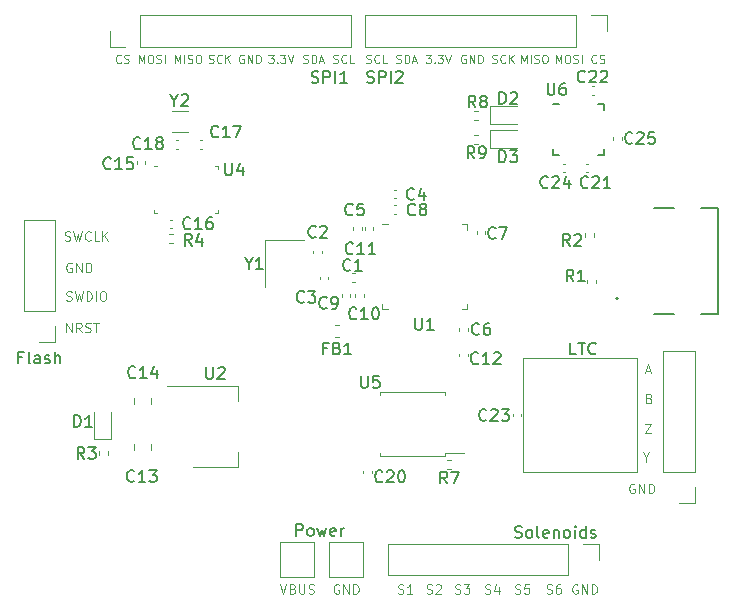
<source format=gbr>
%TF.GenerationSoftware,KiCad,Pcbnew,8.0.1*%
%TF.CreationDate,2024-07-28T14:25:14-07:00*%
%TF.ProjectId,RCS_Hardware,5243535f-4861-4726-9477-6172652e6b69,rev?*%
%TF.SameCoordinates,Original*%
%TF.FileFunction,Legend,Top*%
%TF.FilePolarity,Positive*%
%FSLAX46Y46*%
G04 Gerber Fmt 4.6, Leading zero omitted, Abs format (unit mm)*
G04 Created by KiCad (PCBNEW 8.0.1) date 2024-07-28 14:25:14*
%MOMM*%
%LPD*%
G01*
G04 APERTURE LIST*
%ADD10C,0.150000*%
%ADD11C,0.125000*%
%ADD12C,0.120000*%
%ADD13C,0.200000*%
%ADD14C,0.127000*%
G04 APERTURE END LIST*
D10*
X127659000Y-83592200D02*
X127801857Y-83639819D01*
X127801857Y-83639819D02*
X128039952Y-83639819D01*
X128039952Y-83639819D02*
X128135190Y-83592200D01*
X128135190Y-83592200D02*
X128182809Y-83544580D01*
X128182809Y-83544580D02*
X128230428Y-83449342D01*
X128230428Y-83449342D02*
X128230428Y-83354104D01*
X128230428Y-83354104D02*
X128182809Y-83258866D01*
X128182809Y-83258866D02*
X128135190Y-83211247D01*
X128135190Y-83211247D02*
X128039952Y-83163628D01*
X128039952Y-83163628D02*
X127849476Y-83116009D01*
X127849476Y-83116009D02*
X127754238Y-83068390D01*
X127754238Y-83068390D02*
X127706619Y-83020771D01*
X127706619Y-83020771D02*
X127659000Y-82925533D01*
X127659000Y-82925533D02*
X127659000Y-82830295D01*
X127659000Y-82830295D02*
X127706619Y-82735057D01*
X127706619Y-82735057D02*
X127754238Y-82687438D01*
X127754238Y-82687438D02*
X127849476Y-82639819D01*
X127849476Y-82639819D02*
X128087571Y-82639819D01*
X128087571Y-82639819D02*
X128230428Y-82687438D01*
X128659000Y-83639819D02*
X128659000Y-82639819D01*
X128659000Y-82639819D02*
X129039952Y-82639819D01*
X129039952Y-82639819D02*
X129135190Y-82687438D01*
X129135190Y-82687438D02*
X129182809Y-82735057D01*
X129182809Y-82735057D02*
X129230428Y-82830295D01*
X129230428Y-82830295D02*
X129230428Y-82973152D01*
X129230428Y-82973152D02*
X129182809Y-83068390D01*
X129182809Y-83068390D02*
X129135190Y-83116009D01*
X129135190Y-83116009D02*
X129039952Y-83163628D01*
X129039952Y-83163628D02*
X128659000Y-83163628D01*
X129659000Y-83639819D02*
X129659000Y-82639819D01*
X130658999Y-83639819D02*
X130087571Y-83639819D01*
X130373285Y-83639819D02*
X130373285Y-82639819D01*
X130373285Y-82639819D02*
X130278047Y-82782676D01*
X130278047Y-82782676D02*
X130182809Y-82877914D01*
X130182809Y-82877914D02*
X130087571Y-82925533D01*
D11*
X134981616Y-126857500D02*
X135095902Y-126895595D01*
X135095902Y-126895595D02*
X135286378Y-126895595D01*
X135286378Y-126895595D02*
X135362569Y-126857500D01*
X135362569Y-126857500D02*
X135400664Y-126819404D01*
X135400664Y-126819404D02*
X135438759Y-126743214D01*
X135438759Y-126743214D02*
X135438759Y-126667023D01*
X135438759Y-126667023D02*
X135400664Y-126590833D01*
X135400664Y-126590833D02*
X135362569Y-126552738D01*
X135362569Y-126552738D02*
X135286378Y-126514642D01*
X135286378Y-126514642D02*
X135133997Y-126476547D01*
X135133997Y-126476547D02*
X135057807Y-126438452D01*
X135057807Y-126438452D02*
X135019712Y-126400357D01*
X135019712Y-126400357D02*
X134981616Y-126324166D01*
X134981616Y-126324166D02*
X134981616Y-126247976D01*
X134981616Y-126247976D02*
X135019712Y-126171785D01*
X135019712Y-126171785D02*
X135057807Y-126133690D01*
X135057807Y-126133690D02*
X135133997Y-126095595D01*
X135133997Y-126095595D02*
X135324474Y-126095595D01*
X135324474Y-126095595D02*
X135438759Y-126133690D01*
X136200664Y-126895595D02*
X135743521Y-126895595D01*
X135972093Y-126895595D02*
X135972093Y-126095595D01*
X135972093Y-126095595D02*
X135895902Y-126209880D01*
X135895902Y-126209880D02*
X135819712Y-126286071D01*
X135819712Y-126286071D02*
X135743521Y-126324166D01*
X132295569Y-81916500D02*
X132395569Y-81949833D01*
X132395569Y-81949833D02*
X132562236Y-81949833D01*
X132562236Y-81949833D02*
X132628902Y-81916500D01*
X132628902Y-81916500D02*
X132662236Y-81883166D01*
X132662236Y-81883166D02*
X132695569Y-81816500D01*
X132695569Y-81816500D02*
X132695569Y-81749833D01*
X132695569Y-81749833D02*
X132662236Y-81683166D01*
X132662236Y-81683166D02*
X132628902Y-81649833D01*
X132628902Y-81649833D02*
X132562236Y-81616500D01*
X132562236Y-81616500D02*
X132428902Y-81583166D01*
X132428902Y-81583166D02*
X132362236Y-81549833D01*
X132362236Y-81549833D02*
X132328902Y-81516500D01*
X132328902Y-81516500D02*
X132295569Y-81449833D01*
X132295569Y-81449833D02*
X132295569Y-81383166D01*
X132295569Y-81383166D02*
X132328902Y-81316500D01*
X132328902Y-81316500D02*
X132362236Y-81283166D01*
X132362236Y-81283166D02*
X132428902Y-81249833D01*
X132428902Y-81249833D02*
X132595569Y-81249833D01*
X132595569Y-81249833D02*
X132695569Y-81283166D01*
X133395569Y-81883166D02*
X133362236Y-81916500D01*
X133362236Y-81916500D02*
X133262236Y-81949833D01*
X133262236Y-81949833D02*
X133195569Y-81949833D01*
X133195569Y-81949833D02*
X133095569Y-81916500D01*
X133095569Y-81916500D02*
X133028903Y-81849833D01*
X133028903Y-81849833D02*
X132995569Y-81783166D01*
X132995569Y-81783166D02*
X132962236Y-81649833D01*
X132962236Y-81649833D02*
X132962236Y-81549833D01*
X132962236Y-81549833D02*
X132995569Y-81416500D01*
X132995569Y-81416500D02*
X133028903Y-81349833D01*
X133028903Y-81349833D02*
X133095569Y-81283166D01*
X133095569Y-81283166D02*
X133195569Y-81249833D01*
X133195569Y-81249833D02*
X133262236Y-81249833D01*
X133262236Y-81249833D02*
X133362236Y-81283166D01*
X133362236Y-81283166D02*
X133395569Y-81316500D01*
X134028903Y-81949833D02*
X133695569Y-81949833D01*
X133695569Y-81949833D02*
X133695569Y-81249833D01*
X107340476Y-98915690D02*
X107264286Y-98877595D01*
X107264286Y-98877595D02*
X107150000Y-98877595D01*
X107150000Y-98877595D02*
X107035714Y-98915690D01*
X107035714Y-98915690D02*
X106959524Y-98991880D01*
X106959524Y-98991880D02*
X106921429Y-99068071D01*
X106921429Y-99068071D02*
X106883333Y-99220452D01*
X106883333Y-99220452D02*
X106883333Y-99334738D01*
X106883333Y-99334738D02*
X106921429Y-99487119D01*
X106921429Y-99487119D02*
X106959524Y-99563309D01*
X106959524Y-99563309D02*
X107035714Y-99639500D01*
X107035714Y-99639500D02*
X107150000Y-99677595D01*
X107150000Y-99677595D02*
X107226191Y-99677595D01*
X107226191Y-99677595D02*
X107340476Y-99639500D01*
X107340476Y-99639500D02*
X107378572Y-99601404D01*
X107378572Y-99601404D02*
X107378572Y-99334738D01*
X107378572Y-99334738D02*
X107226191Y-99334738D01*
X107721429Y-99677595D02*
X107721429Y-98877595D01*
X107721429Y-98877595D02*
X108178572Y-99677595D01*
X108178572Y-99677595D02*
X108178572Y-98877595D01*
X108559524Y-99677595D02*
X108559524Y-98877595D01*
X108559524Y-98877595D02*
X108750000Y-98877595D01*
X108750000Y-98877595D02*
X108864286Y-98915690D01*
X108864286Y-98915690D02*
X108940476Y-98991880D01*
X108940476Y-98991880D02*
X108978571Y-99068071D01*
X108978571Y-99068071D02*
X109016667Y-99220452D01*
X109016667Y-99220452D02*
X109016667Y-99334738D01*
X109016667Y-99334738D02*
X108978571Y-99487119D01*
X108978571Y-99487119D02*
X108940476Y-99563309D01*
X108940476Y-99563309D02*
X108864286Y-99639500D01*
X108864286Y-99639500D02*
X108750000Y-99677595D01*
X108750000Y-99677595D02*
X108559524Y-99677595D01*
X137342236Y-81249833D02*
X137775569Y-81249833D01*
X137775569Y-81249833D02*
X137542236Y-81516500D01*
X137542236Y-81516500D02*
X137642236Y-81516500D01*
X137642236Y-81516500D02*
X137708902Y-81549833D01*
X137708902Y-81549833D02*
X137742236Y-81583166D01*
X137742236Y-81583166D02*
X137775569Y-81649833D01*
X137775569Y-81649833D02*
X137775569Y-81816500D01*
X137775569Y-81816500D02*
X137742236Y-81883166D01*
X137742236Y-81883166D02*
X137708902Y-81916500D01*
X137708902Y-81916500D02*
X137642236Y-81949833D01*
X137642236Y-81949833D02*
X137442236Y-81949833D01*
X137442236Y-81949833D02*
X137375569Y-81916500D01*
X137375569Y-81916500D02*
X137342236Y-81883166D01*
X138075569Y-81883166D02*
X138108903Y-81916500D01*
X138108903Y-81916500D02*
X138075569Y-81949833D01*
X138075569Y-81949833D02*
X138042236Y-81916500D01*
X138042236Y-81916500D02*
X138075569Y-81883166D01*
X138075569Y-81883166D02*
X138075569Y-81949833D01*
X138342236Y-81249833D02*
X138775569Y-81249833D01*
X138775569Y-81249833D02*
X138542236Y-81516500D01*
X138542236Y-81516500D02*
X138642236Y-81516500D01*
X138642236Y-81516500D02*
X138708902Y-81549833D01*
X138708902Y-81549833D02*
X138742236Y-81583166D01*
X138742236Y-81583166D02*
X138775569Y-81649833D01*
X138775569Y-81649833D02*
X138775569Y-81816500D01*
X138775569Y-81816500D02*
X138742236Y-81883166D01*
X138742236Y-81883166D02*
X138708902Y-81916500D01*
X138708902Y-81916500D02*
X138642236Y-81949833D01*
X138642236Y-81949833D02*
X138442236Y-81949833D01*
X138442236Y-81949833D02*
X138375569Y-81916500D01*
X138375569Y-81916500D02*
X138342236Y-81883166D01*
X138975569Y-81249833D02*
X139208903Y-81949833D01*
X139208903Y-81949833D02*
X139442236Y-81249833D01*
X129501569Y-81916500D02*
X129601569Y-81949833D01*
X129601569Y-81949833D02*
X129768236Y-81949833D01*
X129768236Y-81949833D02*
X129834902Y-81916500D01*
X129834902Y-81916500D02*
X129868236Y-81883166D01*
X129868236Y-81883166D02*
X129901569Y-81816500D01*
X129901569Y-81816500D02*
X129901569Y-81749833D01*
X129901569Y-81749833D02*
X129868236Y-81683166D01*
X129868236Y-81683166D02*
X129834902Y-81649833D01*
X129834902Y-81649833D02*
X129768236Y-81616500D01*
X129768236Y-81616500D02*
X129634902Y-81583166D01*
X129634902Y-81583166D02*
X129568236Y-81549833D01*
X129568236Y-81549833D02*
X129534902Y-81516500D01*
X129534902Y-81516500D02*
X129501569Y-81449833D01*
X129501569Y-81449833D02*
X129501569Y-81383166D01*
X129501569Y-81383166D02*
X129534902Y-81316500D01*
X129534902Y-81316500D02*
X129568236Y-81283166D01*
X129568236Y-81283166D02*
X129634902Y-81249833D01*
X129634902Y-81249833D02*
X129801569Y-81249833D01*
X129801569Y-81249833D02*
X129901569Y-81283166D01*
X130601569Y-81883166D02*
X130568236Y-81916500D01*
X130568236Y-81916500D02*
X130468236Y-81949833D01*
X130468236Y-81949833D02*
X130401569Y-81949833D01*
X130401569Y-81949833D02*
X130301569Y-81916500D01*
X130301569Y-81916500D02*
X130234903Y-81849833D01*
X130234903Y-81849833D02*
X130201569Y-81783166D01*
X130201569Y-81783166D02*
X130168236Y-81649833D01*
X130168236Y-81649833D02*
X130168236Y-81549833D01*
X130168236Y-81549833D02*
X130201569Y-81416500D01*
X130201569Y-81416500D02*
X130234903Y-81349833D01*
X130234903Y-81349833D02*
X130301569Y-81283166D01*
X130301569Y-81283166D02*
X130401569Y-81249833D01*
X130401569Y-81249833D02*
X130468236Y-81249833D01*
X130468236Y-81249833D02*
X130568236Y-81283166D01*
X130568236Y-81283166D02*
X130601569Y-81316500D01*
X131234903Y-81949833D02*
X130901569Y-81949833D01*
X130901569Y-81949833D02*
X130901569Y-81249833D01*
X155898521Y-112506595D02*
X156431855Y-112506595D01*
X156431855Y-112506595D02*
X155898521Y-113306595D01*
X155898521Y-113306595D02*
X156431855Y-113306595D01*
X150170759Y-126133690D02*
X150094569Y-126095595D01*
X150094569Y-126095595D02*
X149980283Y-126095595D01*
X149980283Y-126095595D02*
X149865997Y-126133690D01*
X149865997Y-126133690D02*
X149789807Y-126209880D01*
X149789807Y-126209880D02*
X149751712Y-126286071D01*
X149751712Y-126286071D02*
X149713616Y-126438452D01*
X149713616Y-126438452D02*
X149713616Y-126552738D01*
X149713616Y-126552738D02*
X149751712Y-126705119D01*
X149751712Y-126705119D02*
X149789807Y-126781309D01*
X149789807Y-126781309D02*
X149865997Y-126857500D01*
X149865997Y-126857500D02*
X149980283Y-126895595D01*
X149980283Y-126895595D02*
X150056474Y-126895595D01*
X150056474Y-126895595D02*
X150170759Y-126857500D01*
X150170759Y-126857500D02*
X150208855Y-126819404D01*
X150208855Y-126819404D02*
X150208855Y-126552738D01*
X150208855Y-126552738D02*
X150056474Y-126552738D01*
X150551712Y-126895595D02*
X150551712Y-126095595D01*
X150551712Y-126095595D02*
X151008855Y-126895595D01*
X151008855Y-126895595D02*
X151008855Y-126095595D01*
X151389807Y-126895595D02*
X151389807Y-126095595D01*
X151389807Y-126095595D02*
X151580283Y-126095595D01*
X151580283Y-126095595D02*
X151694569Y-126133690D01*
X151694569Y-126133690D02*
X151770759Y-126209880D01*
X151770759Y-126209880D02*
X151808854Y-126286071D01*
X151808854Y-126286071D02*
X151846950Y-126438452D01*
X151846950Y-126438452D02*
X151846950Y-126552738D01*
X151846950Y-126552738D02*
X151808854Y-126705119D01*
X151808854Y-126705119D02*
X151770759Y-126781309D01*
X151770759Y-126781309D02*
X151694569Y-126857500D01*
X151694569Y-126857500D02*
X151580283Y-126895595D01*
X151580283Y-126895595D02*
X151389807Y-126895595D01*
X126961569Y-81916500D02*
X127061569Y-81949833D01*
X127061569Y-81949833D02*
X127228236Y-81949833D01*
X127228236Y-81949833D02*
X127294902Y-81916500D01*
X127294902Y-81916500D02*
X127328236Y-81883166D01*
X127328236Y-81883166D02*
X127361569Y-81816500D01*
X127361569Y-81816500D02*
X127361569Y-81749833D01*
X127361569Y-81749833D02*
X127328236Y-81683166D01*
X127328236Y-81683166D02*
X127294902Y-81649833D01*
X127294902Y-81649833D02*
X127228236Y-81616500D01*
X127228236Y-81616500D02*
X127094902Y-81583166D01*
X127094902Y-81583166D02*
X127028236Y-81549833D01*
X127028236Y-81549833D02*
X126994902Y-81516500D01*
X126994902Y-81516500D02*
X126961569Y-81449833D01*
X126961569Y-81449833D02*
X126961569Y-81383166D01*
X126961569Y-81383166D02*
X126994902Y-81316500D01*
X126994902Y-81316500D02*
X127028236Y-81283166D01*
X127028236Y-81283166D02*
X127094902Y-81249833D01*
X127094902Y-81249833D02*
X127261569Y-81249833D01*
X127261569Y-81249833D02*
X127361569Y-81283166D01*
X127661569Y-81949833D02*
X127661569Y-81249833D01*
X127661569Y-81249833D02*
X127828236Y-81249833D01*
X127828236Y-81249833D02*
X127928236Y-81283166D01*
X127928236Y-81283166D02*
X127994903Y-81349833D01*
X127994903Y-81349833D02*
X128028236Y-81416500D01*
X128028236Y-81416500D02*
X128061569Y-81549833D01*
X128061569Y-81549833D02*
X128061569Y-81649833D01*
X128061569Y-81649833D02*
X128028236Y-81783166D01*
X128028236Y-81783166D02*
X127994903Y-81849833D01*
X127994903Y-81849833D02*
X127928236Y-81916500D01*
X127928236Y-81916500D02*
X127828236Y-81949833D01*
X127828236Y-81949833D02*
X127661569Y-81949833D01*
X128328236Y-81749833D02*
X128661569Y-81749833D01*
X128261569Y-81949833D02*
X128494903Y-81249833D01*
X128494903Y-81249833D02*
X128728236Y-81949833D01*
X147554616Y-126857500D02*
X147668902Y-126895595D01*
X147668902Y-126895595D02*
X147859378Y-126895595D01*
X147859378Y-126895595D02*
X147935569Y-126857500D01*
X147935569Y-126857500D02*
X147973664Y-126819404D01*
X147973664Y-126819404D02*
X148011759Y-126743214D01*
X148011759Y-126743214D02*
X148011759Y-126667023D01*
X148011759Y-126667023D02*
X147973664Y-126590833D01*
X147973664Y-126590833D02*
X147935569Y-126552738D01*
X147935569Y-126552738D02*
X147859378Y-126514642D01*
X147859378Y-126514642D02*
X147706997Y-126476547D01*
X147706997Y-126476547D02*
X147630807Y-126438452D01*
X147630807Y-126438452D02*
X147592712Y-126400357D01*
X147592712Y-126400357D02*
X147554616Y-126324166D01*
X147554616Y-126324166D02*
X147554616Y-126247976D01*
X147554616Y-126247976D02*
X147592712Y-126171785D01*
X147592712Y-126171785D02*
X147630807Y-126133690D01*
X147630807Y-126133690D02*
X147706997Y-126095595D01*
X147706997Y-126095595D02*
X147897474Y-126095595D01*
X147897474Y-126095595D02*
X148011759Y-126133690D01*
X148697474Y-126095595D02*
X148545093Y-126095595D01*
X148545093Y-126095595D02*
X148468902Y-126133690D01*
X148468902Y-126133690D02*
X148430807Y-126171785D01*
X148430807Y-126171785D02*
X148354617Y-126286071D01*
X148354617Y-126286071D02*
X148316521Y-126438452D01*
X148316521Y-126438452D02*
X148316521Y-126743214D01*
X148316521Y-126743214D02*
X148354617Y-126819404D01*
X148354617Y-126819404D02*
X148392712Y-126857500D01*
X148392712Y-126857500D02*
X148468902Y-126895595D01*
X148468902Y-126895595D02*
X148621283Y-126895595D01*
X148621283Y-126895595D02*
X148697474Y-126857500D01*
X148697474Y-126857500D02*
X148735569Y-126819404D01*
X148735569Y-126819404D02*
X148773664Y-126743214D01*
X148773664Y-126743214D02*
X148773664Y-126552738D01*
X148773664Y-126552738D02*
X148735569Y-126476547D01*
X148735569Y-126476547D02*
X148697474Y-126438452D01*
X148697474Y-126438452D02*
X148621283Y-126400357D01*
X148621283Y-126400357D02*
X148468902Y-126400357D01*
X148468902Y-126400357D02*
X148392712Y-126438452D01*
X148392712Y-126438452D02*
X148354617Y-126476547D01*
X148354617Y-126476547D02*
X148316521Y-126552738D01*
X154996759Y-117624690D02*
X154920569Y-117586595D01*
X154920569Y-117586595D02*
X154806283Y-117586595D01*
X154806283Y-117586595D02*
X154691997Y-117624690D01*
X154691997Y-117624690D02*
X154615807Y-117700880D01*
X154615807Y-117700880D02*
X154577712Y-117777071D01*
X154577712Y-117777071D02*
X154539616Y-117929452D01*
X154539616Y-117929452D02*
X154539616Y-118043738D01*
X154539616Y-118043738D02*
X154577712Y-118196119D01*
X154577712Y-118196119D02*
X154615807Y-118272309D01*
X154615807Y-118272309D02*
X154691997Y-118348500D01*
X154691997Y-118348500D02*
X154806283Y-118386595D01*
X154806283Y-118386595D02*
X154882474Y-118386595D01*
X154882474Y-118386595D02*
X154996759Y-118348500D01*
X154996759Y-118348500D02*
X155034855Y-118310404D01*
X155034855Y-118310404D02*
X155034855Y-118043738D01*
X155034855Y-118043738D02*
X154882474Y-118043738D01*
X155377712Y-118386595D02*
X155377712Y-117586595D01*
X155377712Y-117586595D02*
X155834855Y-118386595D01*
X155834855Y-118386595D02*
X155834855Y-117586595D01*
X156215807Y-118386595D02*
X156215807Y-117586595D01*
X156215807Y-117586595D02*
X156406283Y-117586595D01*
X156406283Y-117586595D02*
X156520569Y-117624690D01*
X156520569Y-117624690D02*
X156596759Y-117700880D01*
X156596759Y-117700880D02*
X156634854Y-117777071D01*
X156634854Y-117777071D02*
X156672950Y-117929452D01*
X156672950Y-117929452D02*
X156672950Y-118043738D01*
X156672950Y-118043738D02*
X156634854Y-118196119D01*
X156634854Y-118196119D02*
X156596759Y-118272309D01*
X156596759Y-118272309D02*
X156520569Y-118348500D01*
X156520569Y-118348500D02*
X156406283Y-118386595D01*
X156406283Y-118386595D02*
X156215807Y-118386595D01*
X129977759Y-126133690D02*
X129901569Y-126095595D01*
X129901569Y-126095595D02*
X129787283Y-126095595D01*
X129787283Y-126095595D02*
X129672997Y-126133690D01*
X129672997Y-126133690D02*
X129596807Y-126209880D01*
X129596807Y-126209880D02*
X129558712Y-126286071D01*
X129558712Y-126286071D02*
X129520616Y-126438452D01*
X129520616Y-126438452D02*
X129520616Y-126552738D01*
X129520616Y-126552738D02*
X129558712Y-126705119D01*
X129558712Y-126705119D02*
X129596807Y-126781309D01*
X129596807Y-126781309D02*
X129672997Y-126857500D01*
X129672997Y-126857500D02*
X129787283Y-126895595D01*
X129787283Y-126895595D02*
X129863474Y-126895595D01*
X129863474Y-126895595D02*
X129977759Y-126857500D01*
X129977759Y-126857500D02*
X130015855Y-126819404D01*
X130015855Y-126819404D02*
X130015855Y-126552738D01*
X130015855Y-126552738D02*
X129863474Y-126552738D01*
X130358712Y-126895595D02*
X130358712Y-126095595D01*
X130358712Y-126095595D02*
X130815855Y-126895595D01*
X130815855Y-126895595D02*
X130815855Y-126095595D01*
X131196807Y-126895595D02*
X131196807Y-126095595D01*
X131196807Y-126095595D02*
X131387283Y-126095595D01*
X131387283Y-126095595D02*
X131501569Y-126133690D01*
X131501569Y-126133690D02*
X131577759Y-126209880D01*
X131577759Y-126209880D02*
X131615854Y-126286071D01*
X131615854Y-126286071D02*
X131653950Y-126438452D01*
X131653950Y-126438452D02*
X131653950Y-126552738D01*
X131653950Y-126552738D02*
X131615854Y-126705119D01*
X131615854Y-126705119D02*
X131577759Y-126781309D01*
X131577759Y-126781309D02*
X131501569Y-126857500D01*
X131501569Y-126857500D02*
X131387283Y-126895595D01*
X131387283Y-126895595D02*
X131196807Y-126895595D01*
X113024902Y-81949833D02*
X113024902Y-81249833D01*
X113024902Y-81249833D02*
X113258236Y-81749833D01*
X113258236Y-81749833D02*
X113491569Y-81249833D01*
X113491569Y-81249833D02*
X113491569Y-81949833D01*
X113958236Y-81249833D02*
X114091569Y-81249833D01*
X114091569Y-81249833D02*
X114158236Y-81283166D01*
X114158236Y-81283166D02*
X114224902Y-81349833D01*
X114224902Y-81349833D02*
X114258236Y-81483166D01*
X114258236Y-81483166D02*
X114258236Y-81716500D01*
X114258236Y-81716500D02*
X114224902Y-81849833D01*
X114224902Y-81849833D02*
X114158236Y-81916500D01*
X114158236Y-81916500D02*
X114091569Y-81949833D01*
X114091569Y-81949833D02*
X113958236Y-81949833D01*
X113958236Y-81949833D02*
X113891569Y-81916500D01*
X113891569Y-81916500D02*
X113824902Y-81849833D01*
X113824902Y-81849833D02*
X113791569Y-81716500D01*
X113791569Y-81716500D02*
X113791569Y-81483166D01*
X113791569Y-81483166D02*
X113824902Y-81349833D01*
X113824902Y-81349833D02*
X113891569Y-81283166D01*
X113891569Y-81283166D02*
X113958236Y-81249833D01*
X114524902Y-81916500D02*
X114624902Y-81949833D01*
X114624902Y-81949833D02*
X114791569Y-81949833D01*
X114791569Y-81949833D02*
X114858235Y-81916500D01*
X114858235Y-81916500D02*
X114891569Y-81883166D01*
X114891569Y-81883166D02*
X114924902Y-81816500D01*
X114924902Y-81816500D02*
X114924902Y-81749833D01*
X114924902Y-81749833D02*
X114891569Y-81683166D01*
X114891569Y-81683166D02*
X114858235Y-81649833D01*
X114858235Y-81649833D02*
X114791569Y-81616500D01*
X114791569Y-81616500D02*
X114658235Y-81583166D01*
X114658235Y-81583166D02*
X114591569Y-81549833D01*
X114591569Y-81549833D02*
X114558235Y-81516500D01*
X114558235Y-81516500D02*
X114524902Y-81449833D01*
X114524902Y-81449833D02*
X114524902Y-81383166D01*
X114524902Y-81383166D02*
X114558235Y-81316500D01*
X114558235Y-81316500D02*
X114591569Y-81283166D01*
X114591569Y-81283166D02*
X114658235Y-81249833D01*
X114658235Y-81249833D02*
X114824902Y-81249833D01*
X114824902Y-81249833D02*
X114924902Y-81283166D01*
X115224902Y-81949833D02*
X115224902Y-81249833D01*
X106889714Y-104757595D02*
X106889714Y-103957595D01*
X106889714Y-103957595D02*
X107346857Y-104757595D01*
X107346857Y-104757595D02*
X107346857Y-103957595D01*
X108184952Y-104757595D02*
X107918285Y-104376642D01*
X107727809Y-104757595D02*
X107727809Y-103957595D01*
X107727809Y-103957595D02*
X108032571Y-103957595D01*
X108032571Y-103957595D02*
X108108761Y-103995690D01*
X108108761Y-103995690D02*
X108146856Y-104033785D01*
X108146856Y-104033785D02*
X108184952Y-104109976D01*
X108184952Y-104109976D02*
X108184952Y-104224261D01*
X108184952Y-104224261D02*
X108146856Y-104300452D01*
X108146856Y-104300452D02*
X108108761Y-104338547D01*
X108108761Y-104338547D02*
X108032571Y-104376642D01*
X108032571Y-104376642D02*
X107727809Y-104376642D01*
X108489713Y-104719500D02*
X108603999Y-104757595D01*
X108603999Y-104757595D02*
X108794475Y-104757595D01*
X108794475Y-104757595D02*
X108870666Y-104719500D01*
X108870666Y-104719500D02*
X108908761Y-104681404D01*
X108908761Y-104681404D02*
X108946856Y-104605214D01*
X108946856Y-104605214D02*
X108946856Y-104529023D01*
X108946856Y-104529023D02*
X108908761Y-104452833D01*
X108908761Y-104452833D02*
X108870666Y-104414738D01*
X108870666Y-104414738D02*
X108794475Y-104376642D01*
X108794475Y-104376642D02*
X108642094Y-104338547D01*
X108642094Y-104338547D02*
X108565904Y-104300452D01*
X108565904Y-104300452D02*
X108527809Y-104262357D01*
X108527809Y-104262357D02*
X108489713Y-104186166D01*
X108489713Y-104186166D02*
X108489713Y-104109976D01*
X108489713Y-104109976D02*
X108527809Y-104033785D01*
X108527809Y-104033785D02*
X108565904Y-103995690D01*
X108565904Y-103995690D02*
X108642094Y-103957595D01*
X108642094Y-103957595D02*
X108832571Y-103957595D01*
X108832571Y-103957595D02*
X108946856Y-103995690D01*
X109175428Y-103957595D02*
X109632571Y-103957595D01*
X109403999Y-104757595D02*
X109403999Y-103957595D01*
X148330902Y-81949833D02*
X148330902Y-81249833D01*
X148330902Y-81249833D02*
X148564236Y-81749833D01*
X148564236Y-81749833D02*
X148797569Y-81249833D01*
X148797569Y-81249833D02*
X148797569Y-81949833D01*
X149264236Y-81249833D02*
X149397569Y-81249833D01*
X149397569Y-81249833D02*
X149464236Y-81283166D01*
X149464236Y-81283166D02*
X149530902Y-81349833D01*
X149530902Y-81349833D02*
X149564236Y-81483166D01*
X149564236Y-81483166D02*
X149564236Y-81716500D01*
X149564236Y-81716500D02*
X149530902Y-81849833D01*
X149530902Y-81849833D02*
X149464236Y-81916500D01*
X149464236Y-81916500D02*
X149397569Y-81949833D01*
X149397569Y-81949833D02*
X149264236Y-81949833D01*
X149264236Y-81949833D02*
X149197569Y-81916500D01*
X149197569Y-81916500D02*
X149130902Y-81849833D01*
X149130902Y-81849833D02*
X149097569Y-81716500D01*
X149097569Y-81716500D02*
X149097569Y-81483166D01*
X149097569Y-81483166D02*
X149130902Y-81349833D01*
X149130902Y-81349833D02*
X149197569Y-81283166D01*
X149197569Y-81283166D02*
X149264236Y-81249833D01*
X149830902Y-81916500D02*
X149930902Y-81949833D01*
X149930902Y-81949833D02*
X150097569Y-81949833D01*
X150097569Y-81949833D02*
X150164235Y-81916500D01*
X150164235Y-81916500D02*
X150197569Y-81883166D01*
X150197569Y-81883166D02*
X150230902Y-81816500D01*
X150230902Y-81816500D02*
X150230902Y-81749833D01*
X150230902Y-81749833D02*
X150197569Y-81683166D01*
X150197569Y-81683166D02*
X150164235Y-81649833D01*
X150164235Y-81649833D02*
X150097569Y-81616500D01*
X150097569Y-81616500D02*
X149964235Y-81583166D01*
X149964235Y-81583166D02*
X149897569Y-81549833D01*
X149897569Y-81549833D02*
X149864235Y-81516500D01*
X149864235Y-81516500D02*
X149830902Y-81449833D01*
X149830902Y-81449833D02*
X149830902Y-81383166D01*
X149830902Y-81383166D02*
X149864235Y-81316500D01*
X149864235Y-81316500D02*
X149897569Y-81283166D01*
X149897569Y-81283166D02*
X149964235Y-81249833D01*
X149964235Y-81249833D02*
X150130902Y-81249833D01*
X150130902Y-81249833D02*
X150230902Y-81283166D01*
X150530902Y-81949833D02*
X150530902Y-81249833D01*
X142963569Y-81916500D02*
X143063569Y-81949833D01*
X143063569Y-81949833D02*
X143230236Y-81949833D01*
X143230236Y-81949833D02*
X143296902Y-81916500D01*
X143296902Y-81916500D02*
X143330236Y-81883166D01*
X143330236Y-81883166D02*
X143363569Y-81816500D01*
X143363569Y-81816500D02*
X143363569Y-81749833D01*
X143363569Y-81749833D02*
X143330236Y-81683166D01*
X143330236Y-81683166D02*
X143296902Y-81649833D01*
X143296902Y-81649833D02*
X143230236Y-81616500D01*
X143230236Y-81616500D02*
X143096902Y-81583166D01*
X143096902Y-81583166D02*
X143030236Y-81549833D01*
X143030236Y-81549833D02*
X142996902Y-81516500D01*
X142996902Y-81516500D02*
X142963569Y-81449833D01*
X142963569Y-81449833D02*
X142963569Y-81383166D01*
X142963569Y-81383166D02*
X142996902Y-81316500D01*
X142996902Y-81316500D02*
X143030236Y-81283166D01*
X143030236Y-81283166D02*
X143096902Y-81249833D01*
X143096902Y-81249833D02*
X143263569Y-81249833D01*
X143263569Y-81249833D02*
X143363569Y-81283166D01*
X144063569Y-81883166D02*
X144030236Y-81916500D01*
X144030236Y-81916500D02*
X143930236Y-81949833D01*
X143930236Y-81949833D02*
X143863569Y-81949833D01*
X143863569Y-81949833D02*
X143763569Y-81916500D01*
X143763569Y-81916500D02*
X143696903Y-81849833D01*
X143696903Y-81849833D02*
X143663569Y-81783166D01*
X143663569Y-81783166D02*
X143630236Y-81649833D01*
X143630236Y-81649833D02*
X143630236Y-81549833D01*
X143630236Y-81549833D02*
X143663569Y-81416500D01*
X143663569Y-81416500D02*
X143696903Y-81349833D01*
X143696903Y-81349833D02*
X143763569Y-81283166D01*
X143763569Y-81283166D02*
X143863569Y-81249833D01*
X143863569Y-81249833D02*
X143930236Y-81249833D01*
X143930236Y-81249833D02*
X144030236Y-81283166D01*
X144030236Y-81283166D02*
X144063569Y-81316500D01*
X144363569Y-81949833D02*
X144363569Y-81249833D01*
X144763569Y-81949833D02*
X144463569Y-81549833D01*
X144763569Y-81249833D02*
X144363569Y-81649833D01*
X116072902Y-81949833D02*
X116072902Y-81249833D01*
X116072902Y-81249833D02*
X116306236Y-81749833D01*
X116306236Y-81749833D02*
X116539569Y-81249833D01*
X116539569Y-81249833D02*
X116539569Y-81949833D01*
X116872902Y-81949833D02*
X116872902Y-81249833D01*
X117172902Y-81916500D02*
X117272902Y-81949833D01*
X117272902Y-81949833D02*
X117439569Y-81949833D01*
X117439569Y-81949833D02*
X117506235Y-81916500D01*
X117506235Y-81916500D02*
X117539569Y-81883166D01*
X117539569Y-81883166D02*
X117572902Y-81816500D01*
X117572902Y-81816500D02*
X117572902Y-81749833D01*
X117572902Y-81749833D02*
X117539569Y-81683166D01*
X117539569Y-81683166D02*
X117506235Y-81649833D01*
X117506235Y-81649833D02*
X117439569Y-81616500D01*
X117439569Y-81616500D02*
X117306235Y-81583166D01*
X117306235Y-81583166D02*
X117239569Y-81549833D01*
X117239569Y-81549833D02*
X117206235Y-81516500D01*
X117206235Y-81516500D02*
X117172902Y-81449833D01*
X117172902Y-81449833D02*
X117172902Y-81383166D01*
X117172902Y-81383166D02*
X117206235Y-81316500D01*
X117206235Y-81316500D02*
X117239569Y-81283166D01*
X117239569Y-81283166D02*
X117306235Y-81249833D01*
X117306235Y-81249833D02*
X117472902Y-81249833D01*
X117472902Y-81249833D02*
X117572902Y-81283166D01*
X118006236Y-81249833D02*
X118139569Y-81249833D01*
X118139569Y-81249833D02*
X118206236Y-81283166D01*
X118206236Y-81283166D02*
X118272902Y-81349833D01*
X118272902Y-81349833D02*
X118306236Y-81483166D01*
X118306236Y-81483166D02*
X118306236Y-81716500D01*
X118306236Y-81716500D02*
X118272902Y-81849833D01*
X118272902Y-81849833D02*
X118206236Y-81916500D01*
X118206236Y-81916500D02*
X118139569Y-81949833D01*
X118139569Y-81949833D02*
X118006236Y-81949833D01*
X118006236Y-81949833D02*
X117939569Y-81916500D01*
X117939569Y-81916500D02*
X117872902Y-81849833D01*
X117872902Y-81849833D02*
X117839569Y-81716500D01*
X117839569Y-81716500D02*
X117839569Y-81483166D01*
X117839569Y-81483166D02*
X117872902Y-81349833D01*
X117872902Y-81349833D02*
X117939569Y-81283166D01*
X117939569Y-81283166D02*
X118006236Y-81249833D01*
X106775475Y-96972500D02*
X106889761Y-97010595D01*
X106889761Y-97010595D02*
X107080237Y-97010595D01*
X107080237Y-97010595D02*
X107156428Y-96972500D01*
X107156428Y-96972500D02*
X107194523Y-96934404D01*
X107194523Y-96934404D02*
X107232618Y-96858214D01*
X107232618Y-96858214D02*
X107232618Y-96782023D01*
X107232618Y-96782023D02*
X107194523Y-96705833D01*
X107194523Y-96705833D02*
X107156428Y-96667738D01*
X107156428Y-96667738D02*
X107080237Y-96629642D01*
X107080237Y-96629642D02*
X106927856Y-96591547D01*
X106927856Y-96591547D02*
X106851666Y-96553452D01*
X106851666Y-96553452D02*
X106813571Y-96515357D01*
X106813571Y-96515357D02*
X106775475Y-96439166D01*
X106775475Y-96439166D02*
X106775475Y-96362976D01*
X106775475Y-96362976D02*
X106813571Y-96286785D01*
X106813571Y-96286785D02*
X106851666Y-96248690D01*
X106851666Y-96248690D02*
X106927856Y-96210595D01*
X106927856Y-96210595D02*
X107118333Y-96210595D01*
X107118333Y-96210595D02*
X107232618Y-96248690D01*
X107499285Y-96210595D02*
X107689761Y-97010595D01*
X107689761Y-97010595D02*
X107842142Y-96439166D01*
X107842142Y-96439166D02*
X107994523Y-97010595D01*
X107994523Y-97010595D02*
X108185000Y-96210595D01*
X108946905Y-96934404D02*
X108908809Y-96972500D01*
X108908809Y-96972500D02*
X108794524Y-97010595D01*
X108794524Y-97010595D02*
X108718333Y-97010595D01*
X108718333Y-97010595D02*
X108604047Y-96972500D01*
X108604047Y-96972500D02*
X108527857Y-96896309D01*
X108527857Y-96896309D02*
X108489762Y-96820119D01*
X108489762Y-96820119D02*
X108451666Y-96667738D01*
X108451666Y-96667738D02*
X108451666Y-96553452D01*
X108451666Y-96553452D02*
X108489762Y-96401071D01*
X108489762Y-96401071D02*
X108527857Y-96324880D01*
X108527857Y-96324880D02*
X108604047Y-96248690D01*
X108604047Y-96248690D02*
X108718333Y-96210595D01*
X108718333Y-96210595D02*
X108794524Y-96210595D01*
X108794524Y-96210595D02*
X108908809Y-96248690D01*
X108908809Y-96248690D02*
X108946905Y-96286785D01*
X109670714Y-97010595D02*
X109289762Y-97010595D01*
X109289762Y-97010595D02*
X109289762Y-96210595D01*
X109937381Y-97010595D02*
X109937381Y-96210595D01*
X110394524Y-97010595D02*
X110051666Y-96553452D01*
X110394524Y-96210595D02*
X109937381Y-96667738D01*
X124999426Y-126095595D02*
X125266093Y-126895595D01*
X125266093Y-126895595D02*
X125532759Y-126095595D01*
X126066092Y-126476547D02*
X126180378Y-126514642D01*
X126180378Y-126514642D02*
X126218473Y-126552738D01*
X126218473Y-126552738D02*
X126256569Y-126628928D01*
X126256569Y-126628928D02*
X126256569Y-126743214D01*
X126256569Y-126743214D02*
X126218473Y-126819404D01*
X126218473Y-126819404D02*
X126180378Y-126857500D01*
X126180378Y-126857500D02*
X126104188Y-126895595D01*
X126104188Y-126895595D02*
X125799426Y-126895595D01*
X125799426Y-126895595D02*
X125799426Y-126095595D01*
X125799426Y-126095595D02*
X126066092Y-126095595D01*
X126066092Y-126095595D02*
X126142283Y-126133690D01*
X126142283Y-126133690D02*
X126180378Y-126171785D01*
X126180378Y-126171785D02*
X126218473Y-126247976D01*
X126218473Y-126247976D02*
X126218473Y-126324166D01*
X126218473Y-126324166D02*
X126180378Y-126400357D01*
X126180378Y-126400357D02*
X126142283Y-126438452D01*
X126142283Y-126438452D02*
X126066092Y-126476547D01*
X126066092Y-126476547D02*
X125799426Y-126476547D01*
X126599426Y-126095595D02*
X126599426Y-126743214D01*
X126599426Y-126743214D02*
X126637521Y-126819404D01*
X126637521Y-126819404D02*
X126675616Y-126857500D01*
X126675616Y-126857500D02*
X126751807Y-126895595D01*
X126751807Y-126895595D02*
X126904188Y-126895595D01*
X126904188Y-126895595D02*
X126980378Y-126857500D01*
X126980378Y-126857500D02*
X127018473Y-126819404D01*
X127018473Y-126819404D02*
X127056569Y-126743214D01*
X127056569Y-126743214D02*
X127056569Y-126095595D01*
X127399425Y-126857500D02*
X127513711Y-126895595D01*
X127513711Y-126895595D02*
X127704187Y-126895595D01*
X127704187Y-126895595D02*
X127780378Y-126857500D01*
X127780378Y-126857500D02*
X127818473Y-126819404D01*
X127818473Y-126819404D02*
X127856568Y-126743214D01*
X127856568Y-126743214D02*
X127856568Y-126667023D01*
X127856568Y-126667023D02*
X127818473Y-126590833D01*
X127818473Y-126590833D02*
X127780378Y-126552738D01*
X127780378Y-126552738D02*
X127704187Y-126514642D01*
X127704187Y-126514642D02*
X127551806Y-126476547D01*
X127551806Y-126476547D02*
X127475616Y-126438452D01*
X127475616Y-126438452D02*
X127437521Y-126400357D01*
X127437521Y-126400357D02*
X127399425Y-126324166D01*
X127399425Y-126324166D02*
X127399425Y-126247976D01*
X127399425Y-126247976D02*
X127437521Y-126171785D01*
X127437521Y-126171785D02*
X127475616Y-126133690D01*
X127475616Y-126133690D02*
X127551806Y-126095595D01*
X127551806Y-126095595D02*
X127742283Y-126095595D01*
X127742283Y-126095595D02*
X127856568Y-126133690D01*
X106889761Y-102052500D02*
X107004047Y-102090595D01*
X107004047Y-102090595D02*
X107194523Y-102090595D01*
X107194523Y-102090595D02*
X107270714Y-102052500D01*
X107270714Y-102052500D02*
X107308809Y-102014404D01*
X107308809Y-102014404D02*
X107346904Y-101938214D01*
X107346904Y-101938214D02*
X107346904Y-101862023D01*
X107346904Y-101862023D02*
X107308809Y-101785833D01*
X107308809Y-101785833D02*
X107270714Y-101747738D01*
X107270714Y-101747738D02*
X107194523Y-101709642D01*
X107194523Y-101709642D02*
X107042142Y-101671547D01*
X107042142Y-101671547D02*
X106965952Y-101633452D01*
X106965952Y-101633452D02*
X106927857Y-101595357D01*
X106927857Y-101595357D02*
X106889761Y-101519166D01*
X106889761Y-101519166D02*
X106889761Y-101442976D01*
X106889761Y-101442976D02*
X106927857Y-101366785D01*
X106927857Y-101366785D02*
X106965952Y-101328690D01*
X106965952Y-101328690D02*
X107042142Y-101290595D01*
X107042142Y-101290595D02*
X107232619Y-101290595D01*
X107232619Y-101290595D02*
X107346904Y-101328690D01*
X107613571Y-101290595D02*
X107804047Y-102090595D01*
X107804047Y-102090595D02*
X107956428Y-101519166D01*
X107956428Y-101519166D02*
X108108809Y-102090595D01*
X108108809Y-102090595D02*
X108299286Y-101290595D01*
X108604048Y-102090595D02*
X108604048Y-101290595D01*
X108604048Y-101290595D02*
X108794524Y-101290595D01*
X108794524Y-101290595D02*
X108908810Y-101328690D01*
X108908810Y-101328690D02*
X108985000Y-101404880D01*
X108985000Y-101404880D02*
X109023095Y-101481071D01*
X109023095Y-101481071D02*
X109061191Y-101633452D01*
X109061191Y-101633452D02*
X109061191Y-101747738D01*
X109061191Y-101747738D02*
X109023095Y-101900119D01*
X109023095Y-101900119D02*
X108985000Y-101976309D01*
X108985000Y-101976309D02*
X108908810Y-102052500D01*
X108908810Y-102052500D02*
X108794524Y-102090595D01*
X108794524Y-102090595D02*
X108604048Y-102090595D01*
X109404048Y-102090595D02*
X109404048Y-101290595D01*
X109937381Y-101290595D02*
X110089762Y-101290595D01*
X110089762Y-101290595D02*
X110165952Y-101328690D01*
X110165952Y-101328690D02*
X110242143Y-101404880D01*
X110242143Y-101404880D02*
X110280238Y-101557261D01*
X110280238Y-101557261D02*
X110280238Y-101823928D01*
X110280238Y-101823928D02*
X110242143Y-101976309D01*
X110242143Y-101976309D02*
X110165952Y-102052500D01*
X110165952Y-102052500D02*
X110089762Y-102090595D01*
X110089762Y-102090595D02*
X109937381Y-102090595D01*
X109937381Y-102090595D02*
X109861190Y-102052500D01*
X109861190Y-102052500D02*
X109785000Y-101976309D01*
X109785000Y-101976309D02*
X109746904Y-101823928D01*
X109746904Y-101823928D02*
X109746904Y-101557261D01*
X109746904Y-101557261D02*
X109785000Y-101404880D01*
X109785000Y-101404880D02*
X109861190Y-101328690D01*
X109861190Y-101328690D02*
X109937381Y-101290595D01*
X145409902Y-81949833D02*
X145409902Y-81249833D01*
X145409902Y-81249833D02*
X145643236Y-81749833D01*
X145643236Y-81749833D02*
X145876569Y-81249833D01*
X145876569Y-81249833D02*
X145876569Y-81949833D01*
X146209902Y-81949833D02*
X146209902Y-81249833D01*
X146509902Y-81916500D02*
X146609902Y-81949833D01*
X146609902Y-81949833D02*
X146776569Y-81949833D01*
X146776569Y-81949833D02*
X146843235Y-81916500D01*
X146843235Y-81916500D02*
X146876569Y-81883166D01*
X146876569Y-81883166D02*
X146909902Y-81816500D01*
X146909902Y-81816500D02*
X146909902Y-81749833D01*
X146909902Y-81749833D02*
X146876569Y-81683166D01*
X146876569Y-81683166D02*
X146843235Y-81649833D01*
X146843235Y-81649833D02*
X146776569Y-81616500D01*
X146776569Y-81616500D02*
X146643235Y-81583166D01*
X146643235Y-81583166D02*
X146576569Y-81549833D01*
X146576569Y-81549833D02*
X146543235Y-81516500D01*
X146543235Y-81516500D02*
X146509902Y-81449833D01*
X146509902Y-81449833D02*
X146509902Y-81383166D01*
X146509902Y-81383166D02*
X146543235Y-81316500D01*
X146543235Y-81316500D02*
X146576569Y-81283166D01*
X146576569Y-81283166D02*
X146643235Y-81249833D01*
X146643235Y-81249833D02*
X146809902Y-81249833D01*
X146809902Y-81249833D02*
X146909902Y-81283166D01*
X147343236Y-81249833D02*
X147476569Y-81249833D01*
X147476569Y-81249833D02*
X147543236Y-81283166D01*
X147543236Y-81283166D02*
X147609902Y-81349833D01*
X147609902Y-81349833D02*
X147643236Y-81483166D01*
X147643236Y-81483166D02*
X147643236Y-81716500D01*
X147643236Y-81716500D02*
X147609902Y-81849833D01*
X147609902Y-81849833D02*
X147543236Y-81916500D01*
X147543236Y-81916500D02*
X147476569Y-81949833D01*
X147476569Y-81949833D02*
X147343236Y-81949833D01*
X147343236Y-81949833D02*
X147276569Y-81916500D01*
X147276569Y-81916500D02*
X147209902Y-81849833D01*
X147209902Y-81849833D02*
X147176569Y-81716500D01*
X147176569Y-81716500D02*
X147176569Y-81483166D01*
X147176569Y-81483166D02*
X147209902Y-81349833D01*
X147209902Y-81349833D02*
X147276569Y-81283166D01*
X147276569Y-81283166D02*
X147343236Y-81249833D01*
X121900569Y-81283166D02*
X121833902Y-81249833D01*
X121833902Y-81249833D02*
X121733902Y-81249833D01*
X121733902Y-81249833D02*
X121633902Y-81283166D01*
X121633902Y-81283166D02*
X121567236Y-81349833D01*
X121567236Y-81349833D02*
X121533902Y-81416500D01*
X121533902Y-81416500D02*
X121500569Y-81549833D01*
X121500569Y-81549833D02*
X121500569Y-81649833D01*
X121500569Y-81649833D02*
X121533902Y-81783166D01*
X121533902Y-81783166D02*
X121567236Y-81849833D01*
X121567236Y-81849833D02*
X121633902Y-81916500D01*
X121633902Y-81916500D02*
X121733902Y-81949833D01*
X121733902Y-81949833D02*
X121800569Y-81949833D01*
X121800569Y-81949833D02*
X121900569Y-81916500D01*
X121900569Y-81916500D02*
X121933902Y-81883166D01*
X121933902Y-81883166D02*
X121933902Y-81649833D01*
X121933902Y-81649833D02*
X121800569Y-81649833D01*
X122233902Y-81949833D02*
X122233902Y-81249833D01*
X122233902Y-81249833D02*
X122633902Y-81949833D01*
X122633902Y-81949833D02*
X122633902Y-81249833D01*
X122967235Y-81949833D02*
X122967235Y-81249833D01*
X122967235Y-81249833D02*
X123133902Y-81249833D01*
X123133902Y-81249833D02*
X123233902Y-81283166D01*
X123233902Y-81283166D02*
X123300569Y-81349833D01*
X123300569Y-81349833D02*
X123333902Y-81416500D01*
X123333902Y-81416500D02*
X123367235Y-81549833D01*
X123367235Y-81549833D02*
X123367235Y-81649833D01*
X123367235Y-81649833D02*
X123333902Y-81783166D01*
X123333902Y-81783166D02*
X123300569Y-81849833D01*
X123300569Y-81849833D02*
X123233902Y-81916500D01*
X123233902Y-81916500D02*
X123133902Y-81949833D01*
X123133902Y-81949833D02*
X122967235Y-81949833D01*
X151778902Y-81883166D02*
X151745569Y-81916500D01*
X151745569Y-81916500D02*
X151645569Y-81949833D01*
X151645569Y-81949833D02*
X151578902Y-81949833D01*
X151578902Y-81949833D02*
X151478902Y-81916500D01*
X151478902Y-81916500D02*
X151412236Y-81849833D01*
X151412236Y-81849833D02*
X151378902Y-81783166D01*
X151378902Y-81783166D02*
X151345569Y-81649833D01*
X151345569Y-81649833D02*
X151345569Y-81549833D01*
X151345569Y-81549833D02*
X151378902Y-81416500D01*
X151378902Y-81416500D02*
X151412236Y-81349833D01*
X151412236Y-81349833D02*
X151478902Y-81283166D01*
X151478902Y-81283166D02*
X151578902Y-81249833D01*
X151578902Y-81249833D02*
X151645569Y-81249833D01*
X151645569Y-81249833D02*
X151745569Y-81283166D01*
X151745569Y-81283166D02*
X151778902Y-81316500D01*
X152045569Y-81916500D02*
X152145569Y-81949833D01*
X152145569Y-81949833D02*
X152312236Y-81949833D01*
X152312236Y-81949833D02*
X152378902Y-81916500D01*
X152378902Y-81916500D02*
X152412236Y-81883166D01*
X152412236Y-81883166D02*
X152445569Y-81816500D01*
X152445569Y-81816500D02*
X152445569Y-81749833D01*
X152445569Y-81749833D02*
X152412236Y-81683166D01*
X152412236Y-81683166D02*
X152378902Y-81649833D01*
X152378902Y-81649833D02*
X152312236Y-81616500D01*
X152312236Y-81616500D02*
X152178902Y-81583166D01*
X152178902Y-81583166D02*
X152112236Y-81549833D01*
X152112236Y-81549833D02*
X152078902Y-81516500D01*
X152078902Y-81516500D02*
X152045569Y-81449833D01*
X152045569Y-81449833D02*
X152045569Y-81383166D01*
X152045569Y-81383166D02*
X152078902Y-81316500D01*
X152078902Y-81316500D02*
X152112236Y-81283166D01*
X152112236Y-81283166D02*
X152178902Y-81249833D01*
X152178902Y-81249833D02*
X152345569Y-81249833D01*
X152345569Y-81249833D02*
X152445569Y-81283166D01*
D10*
X131457142Y-103559580D02*
X131409523Y-103607200D01*
X131409523Y-103607200D02*
X131266666Y-103654819D01*
X131266666Y-103654819D02*
X131171428Y-103654819D01*
X131171428Y-103654819D02*
X131028571Y-103607200D01*
X131028571Y-103607200D02*
X130933333Y-103511961D01*
X130933333Y-103511961D02*
X130885714Y-103416723D01*
X130885714Y-103416723D02*
X130838095Y-103226247D01*
X130838095Y-103226247D02*
X130838095Y-103083390D01*
X130838095Y-103083390D02*
X130885714Y-102892914D01*
X130885714Y-102892914D02*
X130933333Y-102797676D01*
X130933333Y-102797676D02*
X131028571Y-102702438D01*
X131028571Y-102702438D02*
X131171428Y-102654819D01*
X131171428Y-102654819D02*
X131266666Y-102654819D01*
X131266666Y-102654819D02*
X131409523Y-102702438D01*
X131409523Y-102702438D02*
X131457142Y-102750057D01*
X132409523Y-103654819D02*
X131838095Y-103654819D01*
X132123809Y-103654819D02*
X132123809Y-102654819D01*
X132123809Y-102654819D02*
X132028571Y-102797676D01*
X132028571Y-102797676D02*
X131933333Y-102892914D01*
X131933333Y-102892914D02*
X131838095Y-102940533D01*
X133028571Y-102654819D02*
X133123809Y-102654819D01*
X133123809Y-102654819D02*
X133219047Y-102702438D01*
X133219047Y-102702438D02*
X133266666Y-102750057D01*
X133266666Y-102750057D02*
X133314285Y-102845295D01*
X133314285Y-102845295D02*
X133361904Y-103035771D01*
X133361904Y-103035771D02*
X133361904Y-103273866D01*
X133361904Y-103273866D02*
X133314285Y-103464342D01*
X133314285Y-103464342D02*
X133266666Y-103559580D01*
X133266666Y-103559580D02*
X133219047Y-103607200D01*
X133219047Y-103607200D02*
X133123809Y-103654819D01*
X133123809Y-103654819D02*
X133028571Y-103654819D01*
X133028571Y-103654819D02*
X132933333Y-103607200D01*
X132933333Y-103607200D02*
X132885714Y-103559580D01*
X132885714Y-103559580D02*
X132838095Y-103464342D01*
X132838095Y-103464342D02*
X132790476Y-103273866D01*
X132790476Y-103273866D02*
X132790476Y-103035771D01*
X132790476Y-103035771D02*
X132838095Y-102845295D01*
X132838095Y-102845295D02*
X132885714Y-102750057D01*
X132885714Y-102750057D02*
X132933333Y-102702438D01*
X132933333Y-102702438D02*
X133028571Y-102654819D01*
D11*
X142347616Y-126857500D02*
X142461902Y-126895595D01*
X142461902Y-126895595D02*
X142652378Y-126895595D01*
X142652378Y-126895595D02*
X142728569Y-126857500D01*
X142728569Y-126857500D02*
X142766664Y-126819404D01*
X142766664Y-126819404D02*
X142804759Y-126743214D01*
X142804759Y-126743214D02*
X142804759Y-126667023D01*
X142804759Y-126667023D02*
X142766664Y-126590833D01*
X142766664Y-126590833D02*
X142728569Y-126552738D01*
X142728569Y-126552738D02*
X142652378Y-126514642D01*
X142652378Y-126514642D02*
X142499997Y-126476547D01*
X142499997Y-126476547D02*
X142423807Y-126438452D01*
X142423807Y-126438452D02*
X142385712Y-126400357D01*
X142385712Y-126400357D02*
X142347616Y-126324166D01*
X142347616Y-126324166D02*
X142347616Y-126247976D01*
X142347616Y-126247976D02*
X142385712Y-126171785D01*
X142385712Y-126171785D02*
X142423807Y-126133690D01*
X142423807Y-126133690D02*
X142499997Y-126095595D01*
X142499997Y-126095595D02*
X142690474Y-126095595D01*
X142690474Y-126095595D02*
X142804759Y-126133690D01*
X143490474Y-126362261D02*
X143490474Y-126895595D01*
X143299998Y-126057500D02*
X143109521Y-126628928D01*
X143109521Y-126628928D02*
X143604760Y-126628928D01*
X139807616Y-126857500D02*
X139921902Y-126895595D01*
X139921902Y-126895595D02*
X140112378Y-126895595D01*
X140112378Y-126895595D02*
X140188569Y-126857500D01*
X140188569Y-126857500D02*
X140226664Y-126819404D01*
X140226664Y-126819404D02*
X140264759Y-126743214D01*
X140264759Y-126743214D02*
X140264759Y-126667023D01*
X140264759Y-126667023D02*
X140226664Y-126590833D01*
X140226664Y-126590833D02*
X140188569Y-126552738D01*
X140188569Y-126552738D02*
X140112378Y-126514642D01*
X140112378Y-126514642D02*
X139959997Y-126476547D01*
X139959997Y-126476547D02*
X139883807Y-126438452D01*
X139883807Y-126438452D02*
X139845712Y-126400357D01*
X139845712Y-126400357D02*
X139807616Y-126324166D01*
X139807616Y-126324166D02*
X139807616Y-126247976D01*
X139807616Y-126247976D02*
X139845712Y-126171785D01*
X139845712Y-126171785D02*
X139883807Y-126133690D01*
X139883807Y-126133690D02*
X139959997Y-126095595D01*
X139959997Y-126095595D02*
X140150474Y-126095595D01*
X140150474Y-126095595D02*
X140264759Y-126133690D01*
X140531426Y-126095595D02*
X141026664Y-126095595D01*
X141026664Y-126095595D02*
X140759998Y-126400357D01*
X140759998Y-126400357D02*
X140874283Y-126400357D01*
X140874283Y-126400357D02*
X140950474Y-126438452D01*
X140950474Y-126438452D02*
X140988569Y-126476547D01*
X140988569Y-126476547D02*
X141026664Y-126552738D01*
X141026664Y-126552738D02*
X141026664Y-126743214D01*
X141026664Y-126743214D02*
X140988569Y-126819404D01*
X140988569Y-126819404D02*
X140950474Y-126857500D01*
X140950474Y-126857500D02*
X140874283Y-126895595D01*
X140874283Y-126895595D02*
X140645712Y-126895595D01*
X140645712Y-126895595D02*
X140569521Y-126857500D01*
X140569521Y-126857500D02*
X140531426Y-126819404D01*
X137394616Y-126857500D02*
X137508902Y-126895595D01*
X137508902Y-126895595D02*
X137699378Y-126895595D01*
X137699378Y-126895595D02*
X137775569Y-126857500D01*
X137775569Y-126857500D02*
X137813664Y-126819404D01*
X137813664Y-126819404D02*
X137851759Y-126743214D01*
X137851759Y-126743214D02*
X137851759Y-126667023D01*
X137851759Y-126667023D02*
X137813664Y-126590833D01*
X137813664Y-126590833D02*
X137775569Y-126552738D01*
X137775569Y-126552738D02*
X137699378Y-126514642D01*
X137699378Y-126514642D02*
X137546997Y-126476547D01*
X137546997Y-126476547D02*
X137470807Y-126438452D01*
X137470807Y-126438452D02*
X137432712Y-126400357D01*
X137432712Y-126400357D02*
X137394616Y-126324166D01*
X137394616Y-126324166D02*
X137394616Y-126247976D01*
X137394616Y-126247976D02*
X137432712Y-126171785D01*
X137432712Y-126171785D02*
X137470807Y-126133690D01*
X137470807Y-126133690D02*
X137546997Y-126095595D01*
X137546997Y-126095595D02*
X137737474Y-126095595D01*
X137737474Y-126095595D02*
X137851759Y-126133690D01*
X138156521Y-126171785D02*
X138194617Y-126133690D01*
X138194617Y-126133690D02*
X138270807Y-126095595D01*
X138270807Y-126095595D02*
X138461283Y-126095595D01*
X138461283Y-126095595D02*
X138537474Y-126133690D01*
X138537474Y-126133690D02*
X138575569Y-126171785D01*
X138575569Y-126171785D02*
X138613664Y-126247976D01*
X138613664Y-126247976D02*
X138613664Y-126324166D01*
X138613664Y-126324166D02*
X138575569Y-126438452D01*
X138575569Y-126438452D02*
X138118426Y-126895595D01*
X138118426Y-126895595D02*
X138613664Y-126895595D01*
X156000093Y-115338642D02*
X156000093Y-115719595D01*
X155733426Y-114919595D02*
X156000093Y-115338642D01*
X156000093Y-115338642D02*
X156266759Y-114919595D01*
D10*
X132358000Y-83592200D02*
X132500857Y-83639819D01*
X132500857Y-83639819D02*
X132738952Y-83639819D01*
X132738952Y-83639819D02*
X132834190Y-83592200D01*
X132834190Y-83592200D02*
X132881809Y-83544580D01*
X132881809Y-83544580D02*
X132929428Y-83449342D01*
X132929428Y-83449342D02*
X132929428Y-83354104D01*
X132929428Y-83354104D02*
X132881809Y-83258866D01*
X132881809Y-83258866D02*
X132834190Y-83211247D01*
X132834190Y-83211247D02*
X132738952Y-83163628D01*
X132738952Y-83163628D02*
X132548476Y-83116009D01*
X132548476Y-83116009D02*
X132453238Y-83068390D01*
X132453238Y-83068390D02*
X132405619Y-83020771D01*
X132405619Y-83020771D02*
X132358000Y-82925533D01*
X132358000Y-82925533D02*
X132358000Y-82830295D01*
X132358000Y-82830295D02*
X132405619Y-82735057D01*
X132405619Y-82735057D02*
X132453238Y-82687438D01*
X132453238Y-82687438D02*
X132548476Y-82639819D01*
X132548476Y-82639819D02*
X132786571Y-82639819D01*
X132786571Y-82639819D02*
X132929428Y-82687438D01*
X133358000Y-83639819D02*
X133358000Y-82639819D01*
X133358000Y-82639819D02*
X133738952Y-82639819D01*
X133738952Y-82639819D02*
X133834190Y-82687438D01*
X133834190Y-82687438D02*
X133881809Y-82735057D01*
X133881809Y-82735057D02*
X133929428Y-82830295D01*
X133929428Y-82830295D02*
X133929428Y-82973152D01*
X133929428Y-82973152D02*
X133881809Y-83068390D01*
X133881809Y-83068390D02*
X133834190Y-83116009D01*
X133834190Y-83116009D02*
X133738952Y-83163628D01*
X133738952Y-83163628D02*
X133358000Y-83163628D01*
X134358000Y-83639819D02*
X134358000Y-82639819D01*
X134786571Y-82735057D02*
X134834190Y-82687438D01*
X134834190Y-82687438D02*
X134929428Y-82639819D01*
X134929428Y-82639819D02*
X135167523Y-82639819D01*
X135167523Y-82639819D02*
X135262761Y-82687438D01*
X135262761Y-82687438D02*
X135310380Y-82735057D01*
X135310380Y-82735057D02*
X135357999Y-82830295D01*
X135357999Y-82830295D02*
X135357999Y-82925533D01*
X135357999Y-82925533D02*
X135310380Y-83068390D01*
X135310380Y-83068390D02*
X134738952Y-83639819D01*
X134738952Y-83639819D02*
X135357999Y-83639819D01*
D11*
X144887616Y-126857500D02*
X145001902Y-126895595D01*
X145001902Y-126895595D02*
X145192378Y-126895595D01*
X145192378Y-126895595D02*
X145268569Y-126857500D01*
X145268569Y-126857500D02*
X145306664Y-126819404D01*
X145306664Y-126819404D02*
X145344759Y-126743214D01*
X145344759Y-126743214D02*
X145344759Y-126667023D01*
X145344759Y-126667023D02*
X145306664Y-126590833D01*
X145306664Y-126590833D02*
X145268569Y-126552738D01*
X145268569Y-126552738D02*
X145192378Y-126514642D01*
X145192378Y-126514642D02*
X145039997Y-126476547D01*
X145039997Y-126476547D02*
X144963807Y-126438452D01*
X144963807Y-126438452D02*
X144925712Y-126400357D01*
X144925712Y-126400357D02*
X144887616Y-126324166D01*
X144887616Y-126324166D02*
X144887616Y-126247976D01*
X144887616Y-126247976D02*
X144925712Y-126171785D01*
X144925712Y-126171785D02*
X144963807Y-126133690D01*
X144963807Y-126133690D02*
X145039997Y-126095595D01*
X145039997Y-126095595D02*
X145230474Y-126095595D01*
X145230474Y-126095595D02*
X145344759Y-126133690D01*
X146068569Y-126095595D02*
X145687617Y-126095595D01*
X145687617Y-126095595D02*
X145649521Y-126476547D01*
X145649521Y-126476547D02*
X145687617Y-126438452D01*
X145687617Y-126438452D02*
X145763807Y-126400357D01*
X145763807Y-126400357D02*
X145954283Y-126400357D01*
X145954283Y-126400357D02*
X146030474Y-126438452D01*
X146030474Y-126438452D02*
X146068569Y-126476547D01*
X146068569Y-126476547D02*
X146106664Y-126552738D01*
X146106664Y-126552738D02*
X146106664Y-126743214D01*
X146106664Y-126743214D02*
X146068569Y-126819404D01*
X146068569Y-126819404D02*
X146030474Y-126857500D01*
X146030474Y-126857500D02*
X145954283Y-126895595D01*
X145954283Y-126895595D02*
X145763807Y-126895595D01*
X145763807Y-126895595D02*
X145687617Y-126857500D01*
X145687617Y-126857500D02*
X145649521Y-126819404D01*
X155936616Y-107998023D02*
X156317569Y-107998023D01*
X155860426Y-108226595D02*
X156127093Y-107426595D01*
X156127093Y-107426595D02*
X156393759Y-108226595D01*
X156241378Y-110347547D02*
X156355664Y-110385642D01*
X156355664Y-110385642D02*
X156393759Y-110423738D01*
X156393759Y-110423738D02*
X156431855Y-110499928D01*
X156431855Y-110499928D02*
X156431855Y-110614214D01*
X156431855Y-110614214D02*
X156393759Y-110690404D01*
X156393759Y-110690404D02*
X156355664Y-110728500D01*
X156355664Y-110728500D02*
X156279474Y-110766595D01*
X156279474Y-110766595D02*
X155974712Y-110766595D01*
X155974712Y-110766595D02*
X155974712Y-109966595D01*
X155974712Y-109966595D02*
X156241378Y-109966595D01*
X156241378Y-109966595D02*
X156317569Y-110004690D01*
X156317569Y-110004690D02*
X156355664Y-110042785D01*
X156355664Y-110042785D02*
X156393759Y-110118976D01*
X156393759Y-110118976D02*
X156393759Y-110195166D01*
X156393759Y-110195166D02*
X156355664Y-110271357D01*
X156355664Y-110271357D02*
X156317569Y-110309452D01*
X156317569Y-110309452D02*
X156241378Y-110347547D01*
X156241378Y-110347547D02*
X155974712Y-110347547D01*
X111519902Y-81883166D02*
X111486569Y-81916500D01*
X111486569Y-81916500D02*
X111386569Y-81949833D01*
X111386569Y-81949833D02*
X111319902Y-81949833D01*
X111319902Y-81949833D02*
X111219902Y-81916500D01*
X111219902Y-81916500D02*
X111153236Y-81849833D01*
X111153236Y-81849833D02*
X111119902Y-81783166D01*
X111119902Y-81783166D02*
X111086569Y-81649833D01*
X111086569Y-81649833D02*
X111086569Y-81549833D01*
X111086569Y-81549833D02*
X111119902Y-81416500D01*
X111119902Y-81416500D02*
X111153236Y-81349833D01*
X111153236Y-81349833D02*
X111219902Y-81283166D01*
X111219902Y-81283166D02*
X111319902Y-81249833D01*
X111319902Y-81249833D02*
X111386569Y-81249833D01*
X111386569Y-81249833D02*
X111486569Y-81283166D01*
X111486569Y-81283166D02*
X111519902Y-81316500D01*
X111786569Y-81916500D02*
X111886569Y-81949833D01*
X111886569Y-81949833D02*
X112053236Y-81949833D01*
X112053236Y-81949833D02*
X112119902Y-81916500D01*
X112119902Y-81916500D02*
X112153236Y-81883166D01*
X112153236Y-81883166D02*
X112186569Y-81816500D01*
X112186569Y-81816500D02*
X112186569Y-81749833D01*
X112186569Y-81749833D02*
X112153236Y-81683166D01*
X112153236Y-81683166D02*
X112119902Y-81649833D01*
X112119902Y-81649833D02*
X112053236Y-81616500D01*
X112053236Y-81616500D02*
X111919902Y-81583166D01*
X111919902Y-81583166D02*
X111853236Y-81549833D01*
X111853236Y-81549833D02*
X111819902Y-81516500D01*
X111819902Y-81516500D02*
X111786569Y-81449833D01*
X111786569Y-81449833D02*
X111786569Y-81383166D01*
X111786569Y-81383166D02*
X111819902Y-81316500D01*
X111819902Y-81316500D02*
X111853236Y-81283166D01*
X111853236Y-81283166D02*
X111919902Y-81249833D01*
X111919902Y-81249833D02*
X112086569Y-81249833D01*
X112086569Y-81249833D02*
X112186569Y-81283166D01*
X124007236Y-81249833D02*
X124440569Y-81249833D01*
X124440569Y-81249833D02*
X124207236Y-81516500D01*
X124207236Y-81516500D02*
X124307236Y-81516500D01*
X124307236Y-81516500D02*
X124373902Y-81549833D01*
X124373902Y-81549833D02*
X124407236Y-81583166D01*
X124407236Y-81583166D02*
X124440569Y-81649833D01*
X124440569Y-81649833D02*
X124440569Y-81816500D01*
X124440569Y-81816500D02*
X124407236Y-81883166D01*
X124407236Y-81883166D02*
X124373902Y-81916500D01*
X124373902Y-81916500D02*
X124307236Y-81949833D01*
X124307236Y-81949833D02*
X124107236Y-81949833D01*
X124107236Y-81949833D02*
X124040569Y-81916500D01*
X124040569Y-81916500D02*
X124007236Y-81883166D01*
X124740569Y-81883166D02*
X124773903Y-81916500D01*
X124773903Y-81916500D02*
X124740569Y-81949833D01*
X124740569Y-81949833D02*
X124707236Y-81916500D01*
X124707236Y-81916500D02*
X124740569Y-81883166D01*
X124740569Y-81883166D02*
X124740569Y-81949833D01*
X125007236Y-81249833D02*
X125440569Y-81249833D01*
X125440569Y-81249833D02*
X125207236Y-81516500D01*
X125207236Y-81516500D02*
X125307236Y-81516500D01*
X125307236Y-81516500D02*
X125373902Y-81549833D01*
X125373902Y-81549833D02*
X125407236Y-81583166D01*
X125407236Y-81583166D02*
X125440569Y-81649833D01*
X125440569Y-81649833D02*
X125440569Y-81816500D01*
X125440569Y-81816500D02*
X125407236Y-81883166D01*
X125407236Y-81883166D02*
X125373902Y-81916500D01*
X125373902Y-81916500D02*
X125307236Y-81949833D01*
X125307236Y-81949833D02*
X125107236Y-81949833D01*
X125107236Y-81949833D02*
X125040569Y-81916500D01*
X125040569Y-81916500D02*
X125007236Y-81883166D01*
X125640569Y-81249833D02*
X125873903Y-81949833D01*
X125873903Y-81949833D02*
X126107236Y-81249833D01*
X118960569Y-81916500D02*
X119060569Y-81949833D01*
X119060569Y-81949833D02*
X119227236Y-81949833D01*
X119227236Y-81949833D02*
X119293902Y-81916500D01*
X119293902Y-81916500D02*
X119327236Y-81883166D01*
X119327236Y-81883166D02*
X119360569Y-81816500D01*
X119360569Y-81816500D02*
X119360569Y-81749833D01*
X119360569Y-81749833D02*
X119327236Y-81683166D01*
X119327236Y-81683166D02*
X119293902Y-81649833D01*
X119293902Y-81649833D02*
X119227236Y-81616500D01*
X119227236Y-81616500D02*
X119093902Y-81583166D01*
X119093902Y-81583166D02*
X119027236Y-81549833D01*
X119027236Y-81549833D02*
X118993902Y-81516500D01*
X118993902Y-81516500D02*
X118960569Y-81449833D01*
X118960569Y-81449833D02*
X118960569Y-81383166D01*
X118960569Y-81383166D02*
X118993902Y-81316500D01*
X118993902Y-81316500D02*
X119027236Y-81283166D01*
X119027236Y-81283166D02*
X119093902Y-81249833D01*
X119093902Y-81249833D02*
X119260569Y-81249833D01*
X119260569Y-81249833D02*
X119360569Y-81283166D01*
X120060569Y-81883166D02*
X120027236Y-81916500D01*
X120027236Y-81916500D02*
X119927236Y-81949833D01*
X119927236Y-81949833D02*
X119860569Y-81949833D01*
X119860569Y-81949833D02*
X119760569Y-81916500D01*
X119760569Y-81916500D02*
X119693903Y-81849833D01*
X119693903Y-81849833D02*
X119660569Y-81783166D01*
X119660569Y-81783166D02*
X119627236Y-81649833D01*
X119627236Y-81649833D02*
X119627236Y-81549833D01*
X119627236Y-81549833D02*
X119660569Y-81416500D01*
X119660569Y-81416500D02*
X119693903Y-81349833D01*
X119693903Y-81349833D02*
X119760569Y-81283166D01*
X119760569Y-81283166D02*
X119860569Y-81249833D01*
X119860569Y-81249833D02*
X119927236Y-81249833D01*
X119927236Y-81249833D02*
X120027236Y-81283166D01*
X120027236Y-81283166D02*
X120060569Y-81316500D01*
X120360569Y-81949833D02*
X120360569Y-81249833D01*
X120760569Y-81949833D02*
X120460569Y-81549833D01*
X120760569Y-81249833D02*
X120360569Y-81649833D01*
X134835569Y-81916500D02*
X134935569Y-81949833D01*
X134935569Y-81949833D02*
X135102236Y-81949833D01*
X135102236Y-81949833D02*
X135168902Y-81916500D01*
X135168902Y-81916500D02*
X135202236Y-81883166D01*
X135202236Y-81883166D02*
X135235569Y-81816500D01*
X135235569Y-81816500D02*
X135235569Y-81749833D01*
X135235569Y-81749833D02*
X135202236Y-81683166D01*
X135202236Y-81683166D02*
X135168902Y-81649833D01*
X135168902Y-81649833D02*
X135102236Y-81616500D01*
X135102236Y-81616500D02*
X134968902Y-81583166D01*
X134968902Y-81583166D02*
X134902236Y-81549833D01*
X134902236Y-81549833D02*
X134868902Y-81516500D01*
X134868902Y-81516500D02*
X134835569Y-81449833D01*
X134835569Y-81449833D02*
X134835569Y-81383166D01*
X134835569Y-81383166D02*
X134868902Y-81316500D01*
X134868902Y-81316500D02*
X134902236Y-81283166D01*
X134902236Y-81283166D02*
X134968902Y-81249833D01*
X134968902Y-81249833D02*
X135135569Y-81249833D01*
X135135569Y-81249833D02*
X135235569Y-81283166D01*
X135535569Y-81949833D02*
X135535569Y-81249833D01*
X135535569Y-81249833D02*
X135702236Y-81249833D01*
X135702236Y-81249833D02*
X135802236Y-81283166D01*
X135802236Y-81283166D02*
X135868903Y-81349833D01*
X135868903Y-81349833D02*
X135902236Y-81416500D01*
X135902236Y-81416500D02*
X135935569Y-81549833D01*
X135935569Y-81549833D02*
X135935569Y-81649833D01*
X135935569Y-81649833D02*
X135902236Y-81783166D01*
X135902236Y-81783166D02*
X135868903Y-81849833D01*
X135868903Y-81849833D02*
X135802236Y-81916500D01*
X135802236Y-81916500D02*
X135702236Y-81949833D01*
X135702236Y-81949833D02*
X135535569Y-81949833D01*
X136202236Y-81749833D02*
X136535569Y-81749833D01*
X136135569Y-81949833D02*
X136368903Y-81249833D01*
X136368903Y-81249833D02*
X136602236Y-81949833D01*
X140696569Y-81283166D02*
X140629902Y-81249833D01*
X140629902Y-81249833D02*
X140529902Y-81249833D01*
X140529902Y-81249833D02*
X140429902Y-81283166D01*
X140429902Y-81283166D02*
X140363236Y-81349833D01*
X140363236Y-81349833D02*
X140329902Y-81416500D01*
X140329902Y-81416500D02*
X140296569Y-81549833D01*
X140296569Y-81549833D02*
X140296569Y-81649833D01*
X140296569Y-81649833D02*
X140329902Y-81783166D01*
X140329902Y-81783166D02*
X140363236Y-81849833D01*
X140363236Y-81849833D02*
X140429902Y-81916500D01*
X140429902Y-81916500D02*
X140529902Y-81949833D01*
X140529902Y-81949833D02*
X140596569Y-81949833D01*
X140596569Y-81949833D02*
X140696569Y-81916500D01*
X140696569Y-81916500D02*
X140729902Y-81883166D01*
X140729902Y-81883166D02*
X140729902Y-81649833D01*
X140729902Y-81649833D02*
X140596569Y-81649833D01*
X141029902Y-81949833D02*
X141029902Y-81249833D01*
X141029902Y-81249833D02*
X141429902Y-81949833D01*
X141429902Y-81949833D02*
X141429902Y-81249833D01*
X141763235Y-81949833D02*
X141763235Y-81249833D01*
X141763235Y-81249833D02*
X141929902Y-81249833D01*
X141929902Y-81249833D02*
X142029902Y-81283166D01*
X142029902Y-81283166D02*
X142096569Y-81349833D01*
X142096569Y-81349833D02*
X142129902Y-81416500D01*
X142129902Y-81416500D02*
X142163235Y-81549833D01*
X142163235Y-81549833D02*
X142163235Y-81649833D01*
X142163235Y-81649833D02*
X142129902Y-81783166D01*
X142129902Y-81783166D02*
X142096569Y-81849833D01*
X142096569Y-81849833D02*
X142029902Y-81916500D01*
X142029902Y-81916500D02*
X141929902Y-81949833D01*
X141929902Y-81949833D02*
X141763235Y-81949833D01*
D10*
X126344609Y-121993819D02*
X126344609Y-120993819D01*
X126344609Y-120993819D02*
X126725561Y-120993819D01*
X126725561Y-120993819D02*
X126820799Y-121041438D01*
X126820799Y-121041438D02*
X126868418Y-121089057D01*
X126868418Y-121089057D02*
X126916037Y-121184295D01*
X126916037Y-121184295D02*
X126916037Y-121327152D01*
X126916037Y-121327152D02*
X126868418Y-121422390D01*
X126868418Y-121422390D02*
X126820799Y-121470009D01*
X126820799Y-121470009D02*
X126725561Y-121517628D01*
X126725561Y-121517628D02*
X126344609Y-121517628D01*
X127487466Y-121993819D02*
X127392228Y-121946200D01*
X127392228Y-121946200D02*
X127344609Y-121898580D01*
X127344609Y-121898580D02*
X127296990Y-121803342D01*
X127296990Y-121803342D02*
X127296990Y-121517628D01*
X127296990Y-121517628D02*
X127344609Y-121422390D01*
X127344609Y-121422390D02*
X127392228Y-121374771D01*
X127392228Y-121374771D02*
X127487466Y-121327152D01*
X127487466Y-121327152D02*
X127630323Y-121327152D01*
X127630323Y-121327152D02*
X127725561Y-121374771D01*
X127725561Y-121374771D02*
X127773180Y-121422390D01*
X127773180Y-121422390D02*
X127820799Y-121517628D01*
X127820799Y-121517628D02*
X127820799Y-121803342D01*
X127820799Y-121803342D02*
X127773180Y-121898580D01*
X127773180Y-121898580D02*
X127725561Y-121946200D01*
X127725561Y-121946200D02*
X127630323Y-121993819D01*
X127630323Y-121993819D02*
X127487466Y-121993819D01*
X128154133Y-121327152D02*
X128344609Y-121993819D01*
X128344609Y-121993819D02*
X128535085Y-121517628D01*
X128535085Y-121517628D02*
X128725561Y-121993819D01*
X128725561Y-121993819D02*
X128916037Y-121327152D01*
X129677942Y-121946200D02*
X129582704Y-121993819D01*
X129582704Y-121993819D02*
X129392228Y-121993819D01*
X129392228Y-121993819D02*
X129296990Y-121946200D01*
X129296990Y-121946200D02*
X129249371Y-121850961D01*
X129249371Y-121850961D02*
X129249371Y-121470009D01*
X129249371Y-121470009D02*
X129296990Y-121374771D01*
X129296990Y-121374771D02*
X129392228Y-121327152D01*
X129392228Y-121327152D02*
X129582704Y-121327152D01*
X129582704Y-121327152D02*
X129677942Y-121374771D01*
X129677942Y-121374771D02*
X129725561Y-121470009D01*
X129725561Y-121470009D02*
X129725561Y-121565247D01*
X129725561Y-121565247D02*
X129249371Y-121660485D01*
X130154133Y-121993819D02*
X130154133Y-121327152D01*
X130154133Y-121517628D02*
X130201752Y-121422390D01*
X130201752Y-121422390D02*
X130249371Y-121374771D01*
X130249371Y-121374771D02*
X130344609Y-121327152D01*
X130344609Y-121327152D02*
X130439847Y-121327152D01*
X127033333Y-102159580D02*
X126985714Y-102207200D01*
X126985714Y-102207200D02*
X126842857Y-102254819D01*
X126842857Y-102254819D02*
X126747619Y-102254819D01*
X126747619Y-102254819D02*
X126604762Y-102207200D01*
X126604762Y-102207200D02*
X126509524Y-102111961D01*
X126509524Y-102111961D02*
X126461905Y-102016723D01*
X126461905Y-102016723D02*
X126414286Y-101826247D01*
X126414286Y-101826247D02*
X126414286Y-101683390D01*
X126414286Y-101683390D02*
X126461905Y-101492914D01*
X126461905Y-101492914D02*
X126509524Y-101397676D01*
X126509524Y-101397676D02*
X126604762Y-101302438D01*
X126604762Y-101302438D02*
X126747619Y-101254819D01*
X126747619Y-101254819D02*
X126842857Y-101254819D01*
X126842857Y-101254819D02*
X126985714Y-101302438D01*
X126985714Y-101302438D02*
X127033333Y-101350057D01*
X127366667Y-101254819D02*
X127985714Y-101254819D01*
X127985714Y-101254819D02*
X127652381Y-101635771D01*
X127652381Y-101635771D02*
X127795238Y-101635771D01*
X127795238Y-101635771D02*
X127890476Y-101683390D01*
X127890476Y-101683390D02*
X127938095Y-101731009D01*
X127938095Y-101731009D02*
X127985714Y-101826247D01*
X127985714Y-101826247D02*
X127985714Y-102064342D01*
X127985714Y-102064342D02*
X127938095Y-102159580D01*
X127938095Y-102159580D02*
X127890476Y-102207200D01*
X127890476Y-102207200D02*
X127795238Y-102254819D01*
X127795238Y-102254819D02*
X127509524Y-102254819D01*
X127509524Y-102254819D02*
X127414286Y-102207200D01*
X127414286Y-102207200D02*
X127366667Y-102159580D01*
X147657142Y-92459580D02*
X147609523Y-92507200D01*
X147609523Y-92507200D02*
X147466666Y-92554819D01*
X147466666Y-92554819D02*
X147371428Y-92554819D01*
X147371428Y-92554819D02*
X147228571Y-92507200D01*
X147228571Y-92507200D02*
X147133333Y-92411961D01*
X147133333Y-92411961D02*
X147085714Y-92316723D01*
X147085714Y-92316723D02*
X147038095Y-92126247D01*
X147038095Y-92126247D02*
X147038095Y-91983390D01*
X147038095Y-91983390D02*
X147085714Y-91792914D01*
X147085714Y-91792914D02*
X147133333Y-91697676D01*
X147133333Y-91697676D02*
X147228571Y-91602438D01*
X147228571Y-91602438D02*
X147371428Y-91554819D01*
X147371428Y-91554819D02*
X147466666Y-91554819D01*
X147466666Y-91554819D02*
X147609523Y-91602438D01*
X147609523Y-91602438D02*
X147657142Y-91650057D01*
X148038095Y-91650057D02*
X148085714Y-91602438D01*
X148085714Y-91602438D02*
X148180952Y-91554819D01*
X148180952Y-91554819D02*
X148419047Y-91554819D01*
X148419047Y-91554819D02*
X148514285Y-91602438D01*
X148514285Y-91602438D02*
X148561904Y-91650057D01*
X148561904Y-91650057D02*
X148609523Y-91745295D01*
X148609523Y-91745295D02*
X148609523Y-91840533D01*
X148609523Y-91840533D02*
X148561904Y-91983390D01*
X148561904Y-91983390D02*
X147990476Y-92554819D01*
X147990476Y-92554819D02*
X148609523Y-92554819D01*
X149466666Y-91888152D02*
X149466666Y-92554819D01*
X149228571Y-91507200D02*
X148990476Y-92221485D01*
X148990476Y-92221485D02*
X149609523Y-92221485D01*
X117396342Y-95928280D02*
X117348723Y-95975900D01*
X117348723Y-95975900D02*
X117205866Y-96023519D01*
X117205866Y-96023519D02*
X117110628Y-96023519D01*
X117110628Y-96023519D02*
X116967771Y-95975900D01*
X116967771Y-95975900D02*
X116872533Y-95880661D01*
X116872533Y-95880661D02*
X116824914Y-95785423D01*
X116824914Y-95785423D02*
X116777295Y-95594947D01*
X116777295Y-95594947D02*
X116777295Y-95452090D01*
X116777295Y-95452090D02*
X116824914Y-95261614D01*
X116824914Y-95261614D02*
X116872533Y-95166376D01*
X116872533Y-95166376D02*
X116967771Y-95071138D01*
X116967771Y-95071138D02*
X117110628Y-95023519D01*
X117110628Y-95023519D02*
X117205866Y-95023519D01*
X117205866Y-95023519D02*
X117348723Y-95071138D01*
X117348723Y-95071138D02*
X117396342Y-95118757D01*
X118348723Y-96023519D02*
X117777295Y-96023519D01*
X118063009Y-96023519D02*
X118063009Y-95023519D01*
X118063009Y-95023519D02*
X117967771Y-95166376D01*
X117967771Y-95166376D02*
X117872533Y-95261614D01*
X117872533Y-95261614D02*
X117777295Y-95309233D01*
X119205866Y-95023519D02*
X119015390Y-95023519D01*
X119015390Y-95023519D02*
X118920152Y-95071138D01*
X118920152Y-95071138D02*
X118872533Y-95118757D01*
X118872533Y-95118757D02*
X118777295Y-95261614D01*
X118777295Y-95261614D02*
X118729676Y-95452090D01*
X118729676Y-95452090D02*
X118729676Y-95833042D01*
X118729676Y-95833042D02*
X118777295Y-95928280D01*
X118777295Y-95928280D02*
X118824914Y-95975900D01*
X118824914Y-95975900D02*
X118920152Y-96023519D01*
X118920152Y-96023519D02*
X119110628Y-96023519D01*
X119110628Y-96023519D02*
X119205866Y-95975900D01*
X119205866Y-95975900D02*
X119253485Y-95928280D01*
X119253485Y-95928280D02*
X119301104Y-95833042D01*
X119301104Y-95833042D02*
X119301104Y-95594947D01*
X119301104Y-95594947D02*
X119253485Y-95499709D01*
X119253485Y-95499709D02*
X119205866Y-95452090D01*
X119205866Y-95452090D02*
X119110628Y-95404471D01*
X119110628Y-95404471D02*
X118920152Y-95404471D01*
X118920152Y-95404471D02*
X118824914Y-95452090D01*
X118824914Y-95452090D02*
X118777295Y-95499709D01*
X118777295Y-95499709D02*
X118729676Y-95594947D01*
X150050571Y-106626819D02*
X149574381Y-106626819D01*
X149574381Y-106626819D02*
X149574381Y-105626819D01*
X150241048Y-105626819D02*
X150812476Y-105626819D01*
X150526762Y-106626819D02*
X150526762Y-105626819D01*
X151717238Y-106531580D02*
X151669619Y-106579200D01*
X151669619Y-106579200D02*
X151526762Y-106626819D01*
X151526762Y-106626819D02*
X151431524Y-106626819D01*
X151431524Y-106626819D02*
X151288667Y-106579200D01*
X151288667Y-106579200D02*
X151193429Y-106483961D01*
X151193429Y-106483961D02*
X151145810Y-106388723D01*
X151145810Y-106388723D02*
X151098191Y-106198247D01*
X151098191Y-106198247D02*
X151098191Y-106055390D01*
X151098191Y-106055390D02*
X151145810Y-105864914D01*
X151145810Y-105864914D02*
X151193429Y-105769676D01*
X151193429Y-105769676D02*
X151288667Y-105674438D01*
X151288667Y-105674438D02*
X151431524Y-105626819D01*
X151431524Y-105626819D02*
X151526762Y-105626819D01*
X151526762Y-105626819D02*
X151669619Y-105674438D01*
X151669619Y-105674438D02*
X151717238Y-105722057D01*
X143549405Y-90354819D02*
X143549405Y-89354819D01*
X143549405Y-89354819D02*
X143787500Y-89354819D01*
X143787500Y-89354819D02*
X143930357Y-89402438D01*
X143930357Y-89402438D02*
X144025595Y-89497676D01*
X144025595Y-89497676D02*
X144073214Y-89592914D01*
X144073214Y-89592914D02*
X144120833Y-89783390D01*
X144120833Y-89783390D02*
X144120833Y-89926247D01*
X144120833Y-89926247D02*
X144073214Y-90116723D01*
X144073214Y-90116723D02*
X144025595Y-90211961D01*
X144025595Y-90211961D02*
X143930357Y-90307200D01*
X143930357Y-90307200D02*
X143787500Y-90354819D01*
X143787500Y-90354819D02*
X143549405Y-90354819D01*
X144454167Y-89354819D02*
X145073214Y-89354819D01*
X145073214Y-89354819D02*
X144739881Y-89735771D01*
X144739881Y-89735771D02*
X144882738Y-89735771D01*
X144882738Y-89735771D02*
X144977976Y-89783390D01*
X144977976Y-89783390D02*
X145025595Y-89831009D01*
X145025595Y-89831009D02*
X145073214Y-89926247D01*
X145073214Y-89926247D02*
X145073214Y-90164342D01*
X145073214Y-90164342D02*
X145025595Y-90259580D01*
X145025595Y-90259580D02*
X144977976Y-90307200D01*
X144977976Y-90307200D02*
X144882738Y-90354819D01*
X144882738Y-90354819D02*
X144597024Y-90354819D01*
X144597024Y-90354819D02*
X144501786Y-90307200D01*
X144501786Y-90307200D02*
X144454167Y-90259580D01*
X147638095Y-83654819D02*
X147638095Y-84464342D01*
X147638095Y-84464342D02*
X147685714Y-84559580D01*
X147685714Y-84559580D02*
X147733333Y-84607200D01*
X147733333Y-84607200D02*
X147828571Y-84654819D01*
X147828571Y-84654819D02*
X148019047Y-84654819D01*
X148019047Y-84654819D02*
X148114285Y-84607200D01*
X148114285Y-84607200D02*
X148161904Y-84559580D01*
X148161904Y-84559580D02*
X148209523Y-84464342D01*
X148209523Y-84464342D02*
X148209523Y-83654819D01*
X149114285Y-83654819D02*
X148923809Y-83654819D01*
X148923809Y-83654819D02*
X148828571Y-83702438D01*
X148828571Y-83702438D02*
X148780952Y-83750057D01*
X148780952Y-83750057D02*
X148685714Y-83892914D01*
X148685714Y-83892914D02*
X148638095Y-84083390D01*
X148638095Y-84083390D02*
X148638095Y-84464342D01*
X148638095Y-84464342D02*
X148685714Y-84559580D01*
X148685714Y-84559580D02*
X148733333Y-84607200D01*
X148733333Y-84607200D02*
X148828571Y-84654819D01*
X148828571Y-84654819D02*
X149019047Y-84654819D01*
X149019047Y-84654819D02*
X149114285Y-84607200D01*
X149114285Y-84607200D02*
X149161904Y-84559580D01*
X149161904Y-84559580D02*
X149209523Y-84464342D01*
X149209523Y-84464342D02*
X149209523Y-84226247D01*
X149209523Y-84226247D02*
X149161904Y-84131009D01*
X149161904Y-84131009D02*
X149114285Y-84083390D01*
X149114285Y-84083390D02*
X149019047Y-84035771D01*
X149019047Y-84035771D02*
X148828571Y-84035771D01*
X148828571Y-84035771D02*
X148733333Y-84083390D01*
X148733333Y-84083390D02*
X148685714Y-84131009D01*
X148685714Y-84131009D02*
X148638095Y-84226247D01*
X110657142Y-90859580D02*
X110609523Y-90907200D01*
X110609523Y-90907200D02*
X110466666Y-90954819D01*
X110466666Y-90954819D02*
X110371428Y-90954819D01*
X110371428Y-90954819D02*
X110228571Y-90907200D01*
X110228571Y-90907200D02*
X110133333Y-90811961D01*
X110133333Y-90811961D02*
X110085714Y-90716723D01*
X110085714Y-90716723D02*
X110038095Y-90526247D01*
X110038095Y-90526247D02*
X110038095Y-90383390D01*
X110038095Y-90383390D02*
X110085714Y-90192914D01*
X110085714Y-90192914D02*
X110133333Y-90097676D01*
X110133333Y-90097676D02*
X110228571Y-90002438D01*
X110228571Y-90002438D02*
X110371428Y-89954819D01*
X110371428Y-89954819D02*
X110466666Y-89954819D01*
X110466666Y-89954819D02*
X110609523Y-90002438D01*
X110609523Y-90002438D02*
X110657142Y-90050057D01*
X111609523Y-90954819D02*
X111038095Y-90954819D01*
X111323809Y-90954819D02*
X111323809Y-89954819D01*
X111323809Y-89954819D02*
X111228571Y-90097676D01*
X111228571Y-90097676D02*
X111133333Y-90192914D01*
X111133333Y-90192914D02*
X111038095Y-90240533D01*
X112514285Y-89954819D02*
X112038095Y-89954819D01*
X112038095Y-89954819D02*
X111990476Y-90431009D01*
X111990476Y-90431009D02*
X112038095Y-90383390D01*
X112038095Y-90383390D02*
X112133333Y-90335771D01*
X112133333Y-90335771D02*
X112371428Y-90335771D01*
X112371428Y-90335771D02*
X112466666Y-90383390D01*
X112466666Y-90383390D02*
X112514285Y-90431009D01*
X112514285Y-90431009D02*
X112561904Y-90526247D01*
X112561904Y-90526247D02*
X112561904Y-90764342D01*
X112561904Y-90764342D02*
X112514285Y-90859580D01*
X112514285Y-90859580D02*
X112466666Y-90907200D01*
X112466666Y-90907200D02*
X112371428Y-90954819D01*
X112371428Y-90954819D02*
X112133333Y-90954819D01*
X112133333Y-90954819D02*
X112038095Y-90907200D01*
X112038095Y-90907200D02*
X111990476Y-90859580D01*
X143233333Y-96759580D02*
X143185714Y-96807200D01*
X143185714Y-96807200D02*
X143042857Y-96854819D01*
X143042857Y-96854819D02*
X142947619Y-96854819D01*
X142947619Y-96854819D02*
X142804762Y-96807200D01*
X142804762Y-96807200D02*
X142709524Y-96711961D01*
X142709524Y-96711961D02*
X142661905Y-96616723D01*
X142661905Y-96616723D02*
X142614286Y-96426247D01*
X142614286Y-96426247D02*
X142614286Y-96283390D01*
X142614286Y-96283390D02*
X142661905Y-96092914D01*
X142661905Y-96092914D02*
X142709524Y-95997676D01*
X142709524Y-95997676D02*
X142804762Y-95902438D01*
X142804762Y-95902438D02*
X142947619Y-95854819D01*
X142947619Y-95854819D02*
X143042857Y-95854819D01*
X143042857Y-95854819D02*
X143185714Y-95902438D01*
X143185714Y-95902438D02*
X143233333Y-95950057D01*
X143566667Y-95854819D02*
X144233333Y-95854819D01*
X144233333Y-95854819D02*
X143804762Y-96854819D01*
X122323809Y-98937428D02*
X122323809Y-99413619D01*
X121990476Y-98413619D02*
X122323809Y-98937428D01*
X122323809Y-98937428D02*
X122657142Y-98413619D01*
X123514285Y-99413619D02*
X122942857Y-99413619D01*
X123228571Y-99413619D02*
X123228571Y-98413619D01*
X123228571Y-98413619D02*
X123133333Y-98556476D01*
X123133333Y-98556476D02*
X123038095Y-98651714D01*
X123038095Y-98651714D02*
X122942857Y-98699333D01*
X113157142Y-89159580D02*
X113109523Y-89207200D01*
X113109523Y-89207200D02*
X112966666Y-89254819D01*
X112966666Y-89254819D02*
X112871428Y-89254819D01*
X112871428Y-89254819D02*
X112728571Y-89207200D01*
X112728571Y-89207200D02*
X112633333Y-89111961D01*
X112633333Y-89111961D02*
X112585714Y-89016723D01*
X112585714Y-89016723D02*
X112538095Y-88826247D01*
X112538095Y-88826247D02*
X112538095Y-88683390D01*
X112538095Y-88683390D02*
X112585714Y-88492914D01*
X112585714Y-88492914D02*
X112633333Y-88397676D01*
X112633333Y-88397676D02*
X112728571Y-88302438D01*
X112728571Y-88302438D02*
X112871428Y-88254819D01*
X112871428Y-88254819D02*
X112966666Y-88254819D01*
X112966666Y-88254819D02*
X113109523Y-88302438D01*
X113109523Y-88302438D02*
X113157142Y-88350057D01*
X114109523Y-89254819D02*
X113538095Y-89254819D01*
X113823809Y-89254819D02*
X113823809Y-88254819D01*
X113823809Y-88254819D02*
X113728571Y-88397676D01*
X113728571Y-88397676D02*
X113633333Y-88492914D01*
X113633333Y-88492914D02*
X113538095Y-88540533D01*
X114680952Y-88683390D02*
X114585714Y-88635771D01*
X114585714Y-88635771D02*
X114538095Y-88588152D01*
X114538095Y-88588152D02*
X114490476Y-88492914D01*
X114490476Y-88492914D02*
X114490476Y-88445295D01*
X114490476Y-88445295D02*
X114538095Y-88350057D01*
X114538095Y-88350057D02*
X114585714Y-88302438D01*
X114585714Y-88302438D02*
X114680952Y-88254819D01*
X114680952Y-88254819D02*
X114871428Y-88254819D01*
X114871428Y-88254819D02*
X114966666Y-88302438D01*
X114966666Y-88302438D02*
X115014285Y-88350057D01*
X115014285Y-88350057D02*
X115061904Y-88445295D01*
X115061904Y-88445295D02*
X115061904Y-88492914D01*
X115061904Y-88492914D02*
X115014285Y-88588152D01*
X115014285Y-88588152D02*
X114966666Y-88635771D01*
X114966666Y-88635771D02*
X114871428Y-88683390D01*
X114871428Y-88683390D02*
X114680952Y-88683390D01*
X114680952Y-88683390D02*
X114585714Y-88731009D01*
X114585714Y-88731009D02*
X114538095Y-88778628D01*
X114538095Y-88778628D02*
X114490476Y-88873866D01*
X114490476Y-88873866D02*
X114490476Y-89064342D01*
X114490476Y-89064342D02*
X114538095Y-89159580D01*
X114538095Y-89159580D02*
X114585714Y-89207200D01*
X114585714Y-89207200D02*
X114680952Y-89254819D01*
X114680952Y-89254819D02*
X114871428Y-89254819D01*
X114871428Y-89254819D02*
X114966666Y-89207200D01*
X114966666Y-89207200D02*
X115014285Y-89159580D01*
X115014285Y-89159580D02*
X115061904Y-89064342D01*
X115061904Y-89064342D02*
X115061904Y-88873866D01*
X115061904Y-88873866D02*
X115014285Y-88778628D01*
X115014285Y-88778628D02*
X114966666Y-88731009D01*
X114966666Y-88731009D02*
X114871428Y-88683390D01*
X103171428Y-106865009D02*
X102838095Y-106865009D01*
X102838095Y-107388819D02*
X102838095Y-106388819D01*
X102838095Y-106388819D02*
X103314285Y-106388819D01*
X103838095Y-107388819D02*
X103742857Y-107341200D01*
X103742857Y-107341200D02*
X103695238Y-107245961D01*
X103695238Y-107245961D02*
X103695238Y-106388819D01*
X104647619Y-107388819D02*
X104647619Y-106865009D01*
X104647619Y-106865009D02*
X104600000Y-106769771D01*
X104600000Y-106769771D02*
X104504762Y-106722152D01*
X104504762Y-106722152D02*
X104314286Y-106722152D01*
X104314286Y-106722152D02*
X104219048Y-106769771D01*
X104647619Y-107341200D02*
X104552381Y-107388819D01*
X104552381Y-107388819D02*
X104314286Y-107388819D01*
X104314286Y-107388819D02*
X104219048Y-107341200D01*
X104219048Y-107341200D02*
X104171429Y-107245961D01*
X104171429Y-107245961D02*
X104171429Y-107150723D01*
X104171429Y-107150723D02*
X104219048Y-107055485D01*
X104219048Y-107055485D02*
X104314286Y-107007866D01*
X104314286Y-107007866D02*
X104552381Y-107007866D01*
X104552381Y-107007866D02*
X104647619Y-106960247D01*
X105076191Y-107341200D02*
X105171429Y-107388819D01*
X105171429Y-107388819D02*
X105361905Y-107388819D01*
X105361905Y-107388819D02*
X105457143Y-107341200D01*
X105457143Y-107341200D02*
X105504762Y-107245961D01*
X105504762Y-107245961D02*
X105504762Y-107198342D01*
X105504762Y-107198342D02*
X105457143Y-107103104D01*
X105457143Y-107103104D02*
X105361905Y-107055485D01*
X105361905Y-107055485D02*
X105219048Y-107055485D01*
X105219048Y-107055485D02*
X105123810Y-107007866D01*
X105123810Y-107007866D02*
X105076191Y-106912628D01*
X105076191Y-106912628D02*
X105076191Y-106865009D01*
X105076191Y-106865009D02*
X105123810Y-106769771D01*
X105123810Y-106769771D02*
X105219048Y-106722152D01*
X105219048Y-106722152D02*
X105361905Y-106722152D01*
X105361905Y-106722152D02*
X105457143Y-106769771D01*
X105933334Y-107388819D02*
X105933334Y-106388819D01*
X106361905Y-107388819D02*
X106361905Y-106865009D01*
X106361905Y-106865009D02*
X106314286Y-106769771D01*
X106314286Y-106769771D02*
X106219048Y-106722152D01*
X106219048Y-106722152D02*
X106076191Y-106722152D01*
X106076191Y-106722152D02*
X105980953Y-106769771D01*
X105980953Y-106769771D02*
X105933334Y-106817390D01*
X149533333Y-97454819D02*
X149200000Y-96978628D01*
X148961905Y-97454819D02*
X148961905Y-96454819D01*
X148961905Y-96454819D02*
X149342857Y-96454819D01*
X149342857Y-96454819D02*
X149438095Y-96502438D01*
X149438095Y-96502438D02*
X149485714Y-96550057D01*
X149485714Y-96550057D02*
X149533333Y-96645295D01*
X149533333Y-96645295D02*
X149533333Y-96788152D01*
X149533333Y-96788152D02*
X149485714Y-96883390D01*
X149485714Y-96883390D02*
X149438095Y-96931009D01*
X149438095Y-96931009D02*
X149342857Y-96978628D01*
X149342857Y-96978628D02*
X148961905Y-96978628D01*
X149914286Y-96550057D02*
X149961905Y-96502438D01*
X149961905Y-96502438D02*
X150057143Y-96454819D01*
X150057143Y-96454819D02*
X150295238Y-96454819D01*
X150295238Y-96454819D02*
X150390476Y-96502438D01*
X150390476Y-96502438D02*
X150438095Y-96550057D01*
X150438095Y-96550057D02*
X150485714Y-96645295D01*
X150485714Y-96645295D02*
X150485714Y-96740533D01*
X150485714Y-96740533D02*
X150438095Y-96883390D01*
X150438095Y-96883390D02*
X149866667Y-97454819D01*
X149866667Y-97454819D02*
X150485714Y-97454819D01*
X142457142Y-112159580D02*
X142409523Y-112207200D01*
X142409523Y-112207200D02*
X142266666Y-112254819D01*
X142266666Y-112254819D02*
X142171428Y-112254819D01*
X142171428Y-112254819D02*
X142028571Y-112207200D01*
X142028571Y-112207200D02*
X141933333Y-112111961D01*
X141933333Y-112111961D02*
X141885714Y-112016723D01*
X141885714Y-112016723D02*
X141838095Y-111826247D01*
X141838095Y-111826247D02*
X141838095Y-111683390D01*
X141838095Y-111683390D02*
X141885714Y-111492914D01*
X141885714Y-111492914D02*
X141933333Y-111397676D01*
X141933333Y-111397676D02*
X142028571Y-111302438D01*
X142028571Y-111302438D02*
X142171428Y-111254819D01*
X142171428Y-111254819D02*
X142266666Y-111254819D01*
X142266666Y-111254819D02*
X142409523Y-111302438D01*
X142409523Y-111302438D02*
X142457142Y-111350057D01*
X142838095Y-111350057D02*
X142885714Y-111302438D01*
X142885714Y-111302438D02*
X142980952Y-111254819D01*
X142980952Y-111254819D02*
X143219047Y-111254819D01*
X143219047Y-111254819D02*
X143314285Y-111302438D01*
X143314285Y-111302438D02*
X143361904Y-111350057D01*
X143361904Y-111350057D02*
X143409523Y-111445295D01*
X143409523Y-111445295D02*
X143409523Y-111540533D01*
X143409523Y-111540533D02*
X143361904Y-111683390D01*
X143361904Y-111683390D02*
X142790476Y-112254819D01*
X142790476Y-112254819D02*
X143409523Y-112254819D01*
X143742857Y-111254819D02*
X144361904Y-111254819D01*
X144361904Y-111254819D02*
X144028571Y-111635771D01*
X144028571Y-111635771D02*
X144171428Y-111635771D01*
X144171428Y-111635771D02*
X144266666Y-111683390D01*
X144266666Y-111683390D02*
X144314285Y-111731009D01*
X144314285Y-111731009D02*
X144361904Y-111826247D01*
X144361904Y-111826247D02*
X144361904Y-112064342D01*
X144361904Y-112064342D02*
X144314285Y-112159580D01*
X144314285Y-112159580D02*
X144266666Y-112207200D01*
X144266666Y-112207200D02*
X144171428Y-112254819D01*
X144171428Y-112254819D02*
X143885714Y-112254819D01*
X143885714Y-112254819D02*
X143790476Y-112207200D01*
X143790476Y-112207200D02*
X143742857Y-112159580D01*
X131838095Y-108454819D02*
X131838095Y-109264342D01*
X131838095Y-109264342D02*
X131885714Y-109359580D01*
X131885714Y-109359580D02*
X131933333Y-109407200D01*
X131933333Y-109407200D02*
X132028571Y-109454819D01*
X132028571Y-109454819D02*
X132219047Y-109454819D01*
X132219047Y-109454819D02*
X132314285Y-109407200D01*
X132314285Y-109407200D02*
X132361904Y-109359580D01*
X132361904Y-109359580D02*
X132409523Y-109264342D01*
X132409523Y-109264342D02*
X132409523Y-108454819D01*
X133361904Y-108454819D02*
X132885714Y-108454819D01*
X132885714Y-108454819D02*
X132838095Y-108931009D01*
X132838095Y-108931009D02*
X132885714Y-108883390D01*
X132885714Y-108883390D02*
X132980952Y-108835771D01*
X132980952Y-108835771D02*
X133219047Y-108835771D01*
X133219047Y-108835771D02*
X133314285Y-108883390D01*
X133314285Y-108883390D02*
X133361904Y-108931009D01*
X133361904Y-108931009D02*
X133409523Y-109026247D01*
X133409523Y-109026247D02*
X133409523Y-109264342D01*
X133409523Y-109264342D02*
X133361904Y-109359580D01*
X133361904Y-109359580D02*
X133314285Y-109407200D01*
X133314285Y-109407200D02*
X133219047Y-109454819D01*
X133219047Y-109454819D02*
X132980952Y-109454819D01*
X132980952Y-109454819D02*
X132885714Y-109407200D01*
X132885714Y-109407200D02*
X132838095Y-109359580D01*
X136433333Y-94759580D02*
X136385714Y-94807200D01*
X136385714Y-94807200D02*
X136242857Y-94854819D01*
X136242857Y-94854819D02*
X136147619Y-94854819D01*
X136147619Y-94854819D02*
X136004762Y-94807200D01*
X136004762Y-94807200D02*
X135909524Y-94711961D01*
X135909524Y-94711961D02*
X135861905Y-94616723D01*
X135861905Y-94616723D02*
X135814286Y-94426247D01*
X135814286Y-94426247D02*
X135814286Y-94283390D01*
X135814286Y-94283390D02*
X135861905Y-94092914D01*
X135861905Y-94092914D02*
X135909524Y-93997676D01*
X135909524Y-93997676D02*
X136004762Y-93902438D01*
X136004762Y-93902438D02*
X136147619Y-93854819D01*
X136147619Y-93854819D02*
X136242857Y-93854819D01*
X136242857Y-93854819D02*
X136385714Y-93902438D01*
X136385714Y-93902438D02*
X136433333Y-93950057D01*
X137004762Y-94283390D02*
X136909524Y-94235771D01*
X136909524Y-94235771D02*
X136861905Y-94188152D01*
X136861905Y-94188152D02*
X136814286Y-94092914D01*
X136814286Y-94092914D02*
X136814286Y-94045295D01*
X136814286Y-94045295D02*
X136861905Y-93950057D01*
X136861905Y-93950057D02*
X136909524Y-93902438D01*
X136909524Y-93902438D02*
X137004762Y-93854819D01*
X137004762Y-93854819D02*
X137195238Y-93854819D01*
X137195238Y-93854819D02*
X137290476Y-93902438D01*
X137290476Y-93902438D02*
X137338095Y-93950057D01*
X137338095Y-93950057D02*
X137385714Y-94045295D01*
X137385714Y-94045295D02*
X137385714Y-94092914D01*
X137385714Y-94092914D02*
X137338095Y-94188152D01*
X137338095Y-94188152D02*
X137290476Y-94235771D01*
X137290476Y-94235771D02*
X137195238Y-94283390D01*
X137195238Y-94283390D02*
X137004762Y-94283390D01*
X137004762Y-94283390D02*
X136909524Y-94331009D01*
X136909524Y-94331009D02*
X136861905Y-94378628D01*
X136861905Y-94378628D02*
X136814286Y-94473866D01*
X136814286Y-94473866D02*
X136814286Y-94664342D01*
X136814286Y-94664342D02*
X136861905Y-94759580D01*
X136861905Y-94759580D02*
X136909524Y-94807200D01*
X136909524Y-94807200D02*
X137004762Y-94854819D01*
X137004762Y-94854819D02*
X137195238Y-94854819D01*
X137195238Y-94854819D02*
X137290476Y-94807200D01*
X137290476Y-94807200D02*
X137338095Y-94759580D01*
X137338095Y-94759580D02*
X137385714Y-94664342D01*
X137385714Y-94664342D02*
X137385714Y-94473866D01*
X137385714Y-94473866D02*
X137338095Y-94378628D01*
X137338095Y-94378628D02*
X137290476Y-94331009D01*
X137290476Y-94331009D02*
X137195238Y-94283390D01*
X149833333Y-100454819D02*
X149500000Y-99978628D01*
X149261905Y-100454819D02*
X149261905Y-99454819D01*
X149261905Y-99454819D02*
X149642857Y-99454819D01*
X149642857Y-99454819D02*
X149738095Y-99502438D01*
X149738095Y-99502438D02*
X149785714Y-99550057D01*
X149785714Y-99550057D02*
X149833333Y-99645295D01*
X149833333Y-99645295D02*
X149833333Y-99788152D01*
X149833333Y-99788152D02*
X149785714Y-99883390D01*
X149785714Y-99883390D02*
X149738095Y-99931009D01*
X149738095Y-99931009D02*
X149642857Y-99978628D01*
X149642857Y-99978628D02*
X149261905Y-99978628D01*
X150785714Y-100454819D02*
X150214286Y-100454819D01*
X150500000Y-100454819D02*
X150500000Y-99454819D01*
X150500000Y-99454819D02*
X150404762Y-99597676D01*
X150404762Y-99597676D02*
X150309524Y-99692914D01*
X150309524Y-99692914D02*
X150214286Y-99740533D01*
X112641142Y-117343580D02*
X112593523Y-117391200D01*
X112593523Y-117391200D02*
X112450666Y-117438819D01*
X112450666Y-117438819D02*
X112355428Y-117438819D01*
X112355428Y-117438819D02*
X112212571Y-117391200D01*
X112212571Y-117391200D02*
X112117333Y-117295961D01*
X112117333Y-117295961D02*
X112069714Y-117200723D01*
X112069714Y-117200723D02*
X112022095Y-117010247D01*
X112022095Y-117010247D02*
X112022095Y-116867390D01*
X112022095Y-116867390D02*
X112069714Y-116676914D01*
X112069714Y-116676914D02*
X112117333Y-116581676D01*
X112117333Y-116581676D02*
X112212571Y-116486438D01*
X112212571Y-116486438D02*
X112355428Y-116438819D01*
X112355428Y-116438819D02*
X112450666Y-116438819D01*
X112450666Y-116438819D02*
X112593523Y-116486438D01*
X112593523Y-116486438D02*
X112641142Y-116534057D01*
X113593523Y-117438819D02*
X113022095Y-117438819D01*
X113307809Y-117438819D02*
X113307809Y-116438819D01*
X113307809Y-116438819D02*
X113212571Y-116581676D01*
X113212571Y-116581676D02*
X113117333Y-116676914D01*
X113117333Y-116676914D02*
X113022095Y-116724533D01*
X113926857Y-116438819D02*
X114545904Y-116438819D01*
X114545904Y-116438819D02*
X114212571Y-116819771D01*
X114212571Y-116819771D02*
X114355428Y-116819771D01*
X114355428Y-116819771D02*
X114450666Y-116867390D01*
X114450666Y-116867390D02*
X114498285Y-116915009D01*
X114498285Y-116915009D02*
X114545904Y-117010247D01*
X114545904Y-117010247D02*
X114545904Y-117248342D01*
X114545904Y-117248342D02*
X114498285Y-117343580D01*
X114498285Y-117343580D02*
X114450666Y-117391200D01*
X114450666Y-117391200D02*
X114355428Y-117438819D01*
X114355428Y-117438819D02*
X114069714Y-117438819D01*
X114069714Y-117438819D02*
X113974476Y-117391200D01*
X113974476Y-117391200D02*
X113926857Y-117343580D01*
X141430833Y-90024819D02*
X141097500Y-89548628D01*
X140859405Y-90024819D02*
X140859405Y-89024819D01*
X140859405Y-89024819D02*
X141240357Y-89024819D01*
X141240357Y-89024819D02*
X141335595Y-89072438D01*
X141335595Y-89072438D02*
X141383214Y-89120057D01*
X141383214Y-89120057D02*
X141430833Y-89215295D01*
X141430833Y-89215295D02*
X141430833Y-89358152D01*
X141430833Y-89358152D02*
X141383214Y-89453390D01*
X141383214Y-89453390D02*
X141335595Y-89501009D01*
X141335595Y-89501009D02*
X141240357Y-89548628D01*
X141240357Y-89548628D02*
X140859405Y-89548628D01*
X141907024Y-90024819D02*
X142097500Y-90024819D01*
X142097500Y-90024819D02*
X142192738Y-89977200D01*
X142192738Y-89977200D02*
X142240357Y-89929580D01*
X142240357Y-89929580D02*
X142335595Y-89786723D01*
X142335595Y-89786723D02*
X142383214Y-89596247D01*
X142383214Y-89596247D02*
X142383214Y-89215295D01*
X142383214Y-89215295D02*
X142335595Y-89120057D01*
X142335595Y-89120057D02*
X142287976Y-89072438D01*
X142287976Y-89072438D02*
X142192738Y-89024819D01*
X142192738Y-89024819D02*
X142002262Y-89024819D01*
X142002262Y-89024819D02*
X141907024Y-89072438D01*
X141907024Y-89072438D02*
X141859405Y-89120057D01*
X141859405Y-89120057D02*
X141811786Y-89215295D01*
X141811786Y-89215295D02*
X141811786Y-89453390D01*
X141811786Y-89453390D02*
X141859405Y-89548628D01*
X141859405Y-89548628D02*
X141907024Y-89596247D01*
X141907024Y-89596247D02*
X142002262Y-89643866D01*
X142002262Y-89643866D02*
X142192738Y-89643866D01*
X142192738Y-89643866D02*
X142287976Y-89596247D01*
X142287976Y-89596247D02*
X142335595Y-89548628D01*
X142335595Y-89548628D02*
X142383214Y-89453390D01*
X154817942Y-88714580D02*
X154770323Y-88762200D01*
X154770323Y-88762200D02*
X154627466Y-88809819D01*
X154627466Y-88809819D02*
X154532228Y-88809819D01*
X154532228Y-88809819D02*
X154389371Y-88762200D01*
X154389371Y-88762200D02*
X154294133Y-88666961D01*
X154294133Y-88666961D02*
X154246514Y-88571723D01*
X154246514Y-88571723D02*
X154198895Y-88381247D01*
X154198895Y-88381247D02*
X154198895Y-88238390D01*
X154198895Y-88238390D02*
X154246514Y-88047914D01*
X154246514Y-88047914D02*
X154294133Y-87952676D01*
X154294133Y-87952676D02*
X154389371Y-87857438D01*
X154389371Y-87857438D02*
X154532228Y-87809819D01*
X154532228Y-87809819D02*
X154627466Y-87809819D01*
X154627466Y-87809819D02*
X154770323Y-87857438D01*
X154770323Y-87857438D02*
X154817942Y-87905057D01*
X155198895Y-87905057D02*
X155246514Y-87857438D01*
X155246514Y-87857438D02*
X155341752Y-87809819D01*
X155341752Y-87809819D02*
X155579847Y-87809819D01*
X155579847Y-87809819D02*
X155675085Y-87857438D01*
X155675085Y-87857438D02*
X155722704Y-87905057D01*
X155722704Y-87905057D02*
X155770323Y-88000295D01*
X155770323Y-88000295D02*
X155770323Y-88095533D01*
X155770323Y-88095533D02*
X155722704Y-88238390D01*
X155722704Y-88238390D02*
X155151276Y-88809819D01*
X155151276Y-88809819D02*
X155770323Y-88809819D01*
X156675085Y-87809819D02*
X156198895Y-87809819D01*
X156198895Y-87809819D02*
X156151276Y-88286009D01*
X156151276Y-88286009D02*
X156198895Y-88238390D01*
X156198895Y-88238390D02*
X156294133Y-88190771D01*
X156294133Y-88190771D02*
X156532228Y-88190771D01*
X156532228Y-88190771D02*
X156627466Y-88238390D01*
X156627466Y-88238390D02*
X156675085Y-88286009D01*
X156675085Y-88286009D02*
X156722704Y-88381247D01*
X156722704Y-88381247D02*
X156722704Y-88619342D01*
X156722704Y-88619342D02*
X156675085Y-88714580D01*
X156675085Y-88714580D02*
X156627466Y-88762200D01*
X156627466Y-88762200D02*
X156532228Y-88809819D01*
X156532228Y-88809819D02*
X156294133Y-88809819D01*
X156294133Y-88809819D02*
X156198895Y-88762200D01*
X156198895Y-88762200D02*
X156151276Y-88714580D01*
X117491533Y-97420519D02*
X117158200Y-96944328D01*
X116920105Y-97420519D02*
X116920105Y-96420519D01*
X116920105Y-96420519D02*
X117301057Y-96420519D01*
X117301057Y-96420519D02*
X117396295Y-96468138D01*
X117396295Y-96468138D02*
X117443914Y-96515757D01*
X117443914Y-96515757D02*
X117491533Y-96610995D01*
X117491533Y-96610995D02*
X117491533Y-96753852D01*
X117491533Y-96753852D02*
X117443914Y-96849090D01*
X117443914Y-96849090D02*
X117396295Y-96896709D01*
X117396295Y-96896709D02*
X117301057Y-96944328D01*
X117301057Y-96944328D02*
X116920105Y-96944328D01*
X118348676Y-96753852D02*
X118348676Y-97420519D01*
X118110581Y-96372900D02*
X117872486Y-97087185D01*
X117872486Y-97087185D02*
X118491533Y-97087185D01*
X144871428Y-122107200D02*
X145014285Y-122154819D01*
X145014285Y-122154819D02*
X145252380Y-122154819D01*
X145252380Y-122154819D02*
X145347618Y-122107200D01*
X145347618Y-122107200D02*
X145395237Y-122059580D01*
X145395237Y-122059580D02*
X145442856Y-121964342D01*
X145442856Y-121964342D02*
X145442856Y-121869104D01*
X145442856Y-121869104D02*
X145395237Y-121773866D01*
X145395237Y-121773866D02*
X145347618Y-121726247D01*
X145347618Y-121726247D02*
X145252380Y-121678628D01*
X145252380Y-121678628D02*
X145061904Y-121631009D01*
X145061904Y-121631009D02*
X144966666Y-121583390D01*
X144966666Y-121583390D02*
X144919047Y-121535771D01*
X144919047Y-121535771D02*
X144871428Y-121440533D01*
X144871428Y-121440533D02*
X144871428Y-121345295D01*
X144871428Y-121345295D02*
X144919047Y-121250057D01*
X144919047Y-121250057D02*
X144966666Y-121202438D01*
X144966666Y-121202438D02*
X145061904Y-121154819D01*
X145061904Y-121154819D02*
X145299999Y-121154819D01*
X145299999Y-121154819D02*
X145442856Y-121202438D01*
X146014285Y-122154819D02*
X145919047Y-122107200D01*
X145919047Y-122107200D02*
X145871428Y-122059580D01*
X145871428Y-122059580D02*
X145823809Y-121964342D01*
X145823809Y-121964342D02*
X145823809Y-121678628D01*
X145823809Y-121678628D02*
X145871428Y-121583390D01*
X145871428Y-121583390D02*
X145919047Y-121535771D01*
X145919047Y-121535771D02*
X146014285Y-121488152D01*
X146014285Y-121488152D02*
X146157142Y-121488152D01*
X146157142Y-121488152D02*
X146252380Y-121535771D01*
X146252380Y-121535771D02*
X146299999Y-121583390D01*
X146299999Y-121583390D02*
X146347618Y-121678628D01*
X146347618Y-121678628D02*
X146347618Y-121964342D01*
X146347618Y-121964342D02*
X146299999Y-122059580D01*
X146299999Y-122059580D02*
X146252380Y-122107200D01*
X146252380Y-122107200D02*
X146157142Y-122154819D01*
X146157142Y-122154819D02*
X146014285Y-122154819D01*
X146919047Y-122154819D02*
X146823809Y-122107200D01*
X146823809Y-122107200D02*
X146776190Y-122011961D01*
X146776190Y-122011961D02*
X146776190Y-121154819D01*
X147680952Y-122107200D02*
X147585714Y-122154819D01*
X147585714Y-122154819D02*
X147395238Y-122154819D01*
X147395238Y-122154819D02*
X147300000Y-122107200D01*
X147300000Y-122107200D02*
X147252381Y-122011961D01*
X147252381Y-122011961D02*
X147252381Y-121631009D01*
X147252381Y-121631009D02*
X147300000Y-121535771D01*
X147300000Y-121535771D02*
X147395238Y-121488152D01*
X147395238Y-121488152D02*
X147585714Y-121488152D01*
X147585714Y-121488152D02*
X147680952Y-121535771D01*
X147680952Y-121535771D02*
X147728571Y-121631009D01*
X147728571Y-121631009D02*
X147728571Y-121726247D01*
X147728571Y-121726247D02*
X147252381Y-121821485D01*
X148157143Y-121488152D02*
X148157143Y-122154819D01*
X148157143Y-121583390D02*
X148204762Y-121535771D01*
X148204762Y-121535771D02*
X148300000Y-121488152D01*
X148300000Y-121488152D02*
X148442857Y-121488152D01*
X148442857Y-121488152D02*
X148538095Y-121535771D01*
X148538095Y-121535771D02*
X148585714Y-121631009D01*
X148585714Y-121631009D02*
X148585714Y-122154819D01*
X149204762Y-122154819D02*
X149109524Y-122107200D01*
X149109524Y-122107200D02*
X149061905Y-122059580D01*
X149061905Y-122059580D02*
X149014286Y-121964342D01*
X149014286Y-121964342D02*
X149014286Y-121678628D01*
X149014286Y-121678628D02*
X149061905Y-121583390D01*
X149061905Y-121583390D02*
X149109524Y-121535771D01*
X149109524Y-121535771D02*
X149204762Y-121488152D01*
X149204762Y-121488152D02*
X149347619Y-121488152D01*
X149347619Y-121488152D02*
X149442857Y-121535771D01*
X149442857Y-121535771D02*
X149490476Y-121583390D01*
X149490476Y-121583390D02*
X149538095Y-121678628D01*
X149538095Y-121678628D02*
X149538095Y-121964342D01*
X149538095Y-121964342D02*
X149490476Y-122059580D01*
X149490476Y-122059580D02*
X149442857Y-122107200D01*
X149442857Y-122107200D02*
X149347619Y-122154819D01*
X149347619Y-122154819D02*
X149204762Y-122154819D01*
X149966667Y-122154819D02*
X149966667Y-121488152D01*
X149966667Y-121154819D02*
X149919048Y-121202438D01*
X149919048Y-121202438D02*
X149966667Y-121250057D01*
X149966667Y-121250057D02*
X150014286Y-121202438D01*
X150014286Y-121202438D02*
X149966667Y-121154819D01*
X149966667Y-121154819D02*
X149966667Y-121250057D01*
X150871428Y-122154819D02*
X150871428Y-121154819D01*
X150871428Y-122107200D02*
X150776190Y-122154819D01*
X150776190Y-122154819D02*
X150585714Y-122154819D01*
X150585714Y-122154819D02*
X150490476Y-122107200D01*
X150490476Y-122107200D02*
X150442857Y-122059580D01*
X150442857Y-122059580D02*
X150395238Y-121964342D01*
X150395238Y-121964342D02*
X150395238Y-121678628D01*
X150395238Y-121678628D02*
X150442857Y-121583390D01*
X150442857Y-121583390D02*
X150490476Y-121535771D01*
X150490476Y-121535771D02*
X150585714Y-121488152D01*
X150585714Y-121488152D02*
X150776190Y-121488152D01*
X150776190Y-121488152D02*
X150871428Y-121535771D01*
X151300000Y-122107200D02*
X151395238Y-122154819D01*
X151395238Y-122154819D02*
X151585714Y-122154819D01*
X151585714Y-122154819D02*
X151680952Y-122107200D01*
X151680952Y-122107200D02*
X151728571Y-122011961D01*
X151728571Y-122011961D02*
X151728571Y-121964342D01*
X151728571Y-121964342D02*
X151680952Y-121869104D01*
X151680952Y-121869104D02*
X151585714Y-121821485D01*
X151585714Y-121821485D02*
X151442857Y-121821485D01*
X151442857Y-121821485D02*
X151347619Y-121773866D01*
X151347619Y-121773866D02*
X151300000Y-121678628D01*
X151300000Y-121678628D02*
X151300000Y-121631009D01*
X151300000Y-121631009D02*
X151347619Y-121535771D01*
X151347619Y-121535771D02*
X151442857Y-121488152D01*
X151442857Y-121488152D02*
X151585714Y-121488152D01*
X151585714Y-121488152D02*
X151680952Y-121535771D01*
X133657142Y-117359580D02*
X133609523Y-117407200D01*
X133609523Y-117407200D02*
X133466666Y-117454819D01*
X133466666Y-117454819D02*
X133371428Y-117454819D01*
X133371428Y-117454819D02*
X133228571Y-117407200D01*
X133228571Y-117407200D02*
X133133333Y-117311961D01*
X133133333Y-117311961D02*
X133085714Y-117216723D01*
X133085714Y-117216723D02*
X133038095Y-117026247D01*
X133038095Y-117026247D02*
X133038095Y-116883390D01*
X133038095Y-116883390D02*
X133085714Y-116692914D01*
X133085714Y-116692914D02*
X133133333Y-116597676D01*
X133133333Y-116597676D02*
X133228571Y-116502438D01*
X133228571Y-116502438D02*
X133371428Y-116454819D01*
X133371428Y-116454819D02*
X133466666Y-116454819D01*
X133466666Y-116454819D02*
X133609523Y-116502438D01*
X133609523Y-116502438D02*
X133657142Y-116550057D01*
X134038095Y-116550057D02*
X134085714Y-116502438D01*
X134085714Y-116502438D02*
X134180952Y-116454819D01*
X134180952Y-116454819D02*
X134419047Y-116454819D01*
X134419047Y-116454819D02*
X134514285Y-116502438D01*
X134514285Y-116502438D02*
X134561904Y-116550057D01*
X134561904Y-116550057D02*
X134609523Y-116645295D01*
X134609523Y-116645295D02*
X134609523Y-116740533D01*
X134609523Y-116740533D02*
X134561904Y-116883390D01*
X134561904Y-116883390D02*
X133990476Y-117454819D01*
X133990476Y-117454819D02*
X134609523Y-117454819D01*
X135228571Y-116454819D02*
X135323809Y-116454819D01*
X135323809Y-116454819D02*
X135419047Y-116502438D01*
X135419047Y-116502438D02*
X135466666Y-116550057D01*
X135466666Y-116550057D02*
X135514285Y-116645295D01*
X135514285Y-116645295D02*
X135561904Y-116835771D01*
X135561904Y-116835771D02*
X135561904Y-117073866D01*
X135561904Y-117073866D02*
X135514285Y-117264342D01*
X135514285Y-117264342D02*
X135466666Y-117359580D01*
X135466666Y-117359580D02*
X135419047Y-117407200D01*
X135419047Y-117407200D02*
X135323809Y-117454819D01*
X135323809Y-117454819D02*
X135228571Y-117454819D01*
X135228571Y-117454819D02*
X135133333Y-117407200D01*
X135133333Y-117407200D02*
X135085714Y-117359580D01*
X135085714Y-117359580D02*
X135038095Y-117264342D01*
X135038095Y-117264342D02*
X134990476Y-117073866D01*
X134990476Y-117073866D02*
X134990476Y-116835771D01*
X134990476Y-116835771D02*
X135038095Y-116645295D01*
X135038095Y-116645295D02*
X135085714Y-116550057D01*
X135085714Y-116550057D02*
X135133333Y-116502438D01*
X135133333Y-116502438D02*
X135228571Y-116454819D01*
X136438095Y-103554819D02*
X136438095Y-104364342D01*
X136438095Y-104364342D02*
X136485714Y-104459580D01*
X136485714Y-104459580D02*
X136533333Y-104507200D01*
X136533333Y-104507200D02*
X136628571Y-104554819D01*
X136628571Y-104554819D02*
X136819047Y-104554819D01*
X136819047Y-104554819D02*
X136914285Y-104507200D01*
X136914285Y-104507200D02*
X136961904Y-104459580D01*
X136961904Y-104459580D02*
X137009523Y-104364342D01*
X137009523Y-104364342D02*
X137009523Y-103554819D01*
X138009523Y-104554819D02*
X137438095Y-104554819D01*
X137723809Y-104554819D02*
X137723809Y-103554819D01*
X137723809Y-103554819D02*
X137628571Y-103697676D01*
X137628571Y-103697676D02*
X137533333Y-103792914D01*
X137533333Y-103792914D02*
X137438095Y-103840533D01*
X116039009Y-85133328D02*
X116039009Y-85609519D01*
X115705676Y-84609519D02*
X116039009Y-85133328D01*
X116039009Y-85133328D02*
X116372342Y-84609519D01*
X116658057Y-84704757D02*
X116705676Y-84657138D01*
X116705676Y-84657138D02*
X116800914Y-84609519D01*
X116800914Y-84609519D02*
X117039009Y-84609519D01*
X117039009Y-84609519D02*
X117134247Y-84657138D01*
X117134247Y-84657138D02*
X117181866Y-84704757D01*
X117181866Y-84704757D02*
X117229485Y-84799995D01*
X117229485Y-84799995D02*
X117229485Y-84895233D01*
X117229485Y-84895233D02*
X117181866Y-85038090D01*
X117181866Y-85038090D02*
X116610438Y-85609519D01*
X116610438Y-85609519D02*
X117229485Y-85609519D01*
X118738095Y-107704819D02*
X118738095Y-108514342D01*
X118738095Y-108514342D02*
X118785714Y-108609580D01*
X118785714Y-108609580D02*
X118833333Y-108657200D01*
X118833333Y-108657200D02*
X118928571Y-108704819D01*
X118928571Y-108704819D02*
X119119047Y-108704819D01*
X119119047Y-108704819D02*
X119214285Y-108657200D01*
X119214285Y-108657200D02*
X119261904Y-108609580D01*
X119261904Y-108609580D02*
X119309523Y-108514342D01*
X119309523Y-108514342D02*
X119309523Y-107704819D01*
X119738095Y-107800057D02*
X119785714Y-107752438D01*
X119785714Y-107752438D02*
X119880952Y-107704819D01*
X119880952Y-107704819D02*
X120119047Y-107704819D01*
X120119047Y-107704819D02*
X120214285Y-107752438D01*
X120214285Y-107752438D02*
X120261904Y-107800057D01*
X120261904Y-107800057D02*
X120309523Y-107895295D01*
X120309523Y-107895295D02*
X120309523Y-107990533D01*
X120309523Y-107990533D02*
X120261904Y-108133390D01*
X120261904Y-108133390D02*
X119690476Y-108704819D01*
X119690476Y-108704819D02*
X120309523Y-108704819D01*
X112741142Y-108543580D02*
X112693523Y-108591200D01*
X112693523Y-108591200D02*
X112550666Y-108638819D01*
X112550666Y-108638819D02*
X112455428Y-108638819D01*
X112455428Y-108638819D02*
X112312571Y-108591200D01*
X112312571Y-108591200D02*
X112217333Y-108495961D01*
X112217333Y-108495961D02*
X112169714Y-108400723D01*
X112169714Y-108400723D02*
X112122095Y-108210247D01*
X112122095Y-108210247D02*
X112122095Y-108067390D01*
X112122095Y-108067390D02*
X112169714Y-107876914D01*
X112169714Y-107876914D02*
X112217333Y-107781676D01*
X112217333Y-107781676D02*
X112312571Y-107686438D01*
X112312571Y-107686438D02*
X112455428Y-107638819D01*
X112455428Y-107638819D02*
X112550666Y-107638819D01*
X112550666Y-107638819D02*
X112693523Y-107686438D01*
X112693523Y-107686438D02*
X112741142Y-107734057D01*
X113693523Y-108638819D02*
X113122095Y-108638819D01*
X113407809Y-108638819D02*
X113407809Y-107638819D01*
X113407809Y-107638819D02*
X113312571Y-107781676D01*
X113312571Y-107781676D02*
X113217333Y-107876914D01*
X113217333Y-107876914D02*
X113122095Y-107924533D01*
X114550666Y-107972152D02*
X114550666Y-108638819D01*
X114312571Y-107591200D02*
X114074476Y-108305485D01*
X114074476Y-108305485D02*
X114693523Y-108305485D01*
X151057142Y-92459580D02*
X151009523Y-92507200D01*
X151009523Y-92507200D02*
X150866666Y-92554819D01*
X150866666Y-92554819D02*
X150771428Y-92554819D01*
X150771428Y-92554819D02*
X150628571Y-92507200D01*
X150628571Y-92507200D02*
X150533333Y-92411961D01*
X150533333Y-92411961D02*
X150485714Y-92316723D01*
X150485714Y-92316723D02*
X150438095Y-92126247D01*
X150438095Y-92126247D02*
X150438095Y-91983390D01*
X150438095Y-91983390D02*
X150485714Y-91792914D01*
X150485714Y-91792914D02*
X150533333Y-91697676D01*
X150533333Y-91697676D02*
X150628571Y-91602438D01*
X150628571Y-91602438D02*
X150771428Y-91554819D01*
X150771428Y-91554819D02*
X150866666Y-91554819D01*
X150866666Y-91554819D02*
X151009523Y-91602438D01*
X151009523Y-91602438D02*
X151057142Y-91650057D01*
X151438095Y-91650057D02*
X151485714Y-91602438D01*
X151485714Y-91602438D02*
X151580952Y-91554819D01*
X151580952Y-91554819D02*
X151819047Y-91554819D01*
X151819047Y-91554819D02*
X151914285Y-91602438D01*
X151914285Y-91602438D02*
X151961904Y-91650057D01*
X151961904Y-91650057D02*
X152009523Y-91745295D01*
X152009523Y-91745295D02*
X152009523Y-91840533D01*
X152009523Y-91840533D02*
X151961904Y-91983390D01*
X151961904Y-91983390D02*
X151390476Y-92554819D01*
X151390476Y-92554819D02*
X152009523Y-92554819D01*
X152961904Y-92554819D02*
X152390476Y-92554819D01*
X152676190Y-92554819D02*
X152676190Y-91554819D01*
X152676190Y-91554819D02*
X152580952Y-91697676D01*
X152580952Y-91697676D02*
X152485714Y-91792914D01*
X152485714Y-91792914D02*
X152390476Y-91840533D01*
X131133333Y-94759580D02*
X131085714Y-94807200D01*
X131085714Y-94807200D02*
X130942857Y-94854819D01*
X130942857Y-94854819D02*
X130847619Y-94854819D01*
X130847619Y-94854819D02*
X130704762Y-94807200D01*
X130704762Y-94807200D02*
X130609524Y-94711961D01*
X130609524Y-94711961D02*
X130561905Y-94616723D01*
X130561905Y-94616723D02*
X130514286Y-94426247D01*
X130514286Y-94426247D02*
X130514286Y-94283390D01*
X130514286Y-94283390D02*
X130561905Y-94092914D01*
X130561905Y-94092914D02*
X130609524Y-93997676D01*
X130609524Y-93997676D02*
X130704762Y-93902438D01*
X130704762Y-93902438D02*
X130847619Y-93854819D01*
X130847619Y-93854819D02*
X130942857Y-93854819D01*
X130942857Y-93854819D02*
X131085714Y-93902438D01*
X131085714Y-93902438D02*
X131133333Y-93950057D01*
X132038095Y-93854819D02*
X131561905Y-93854819D01*
X131561905Y-93854819D02*
X131514286Y-94331009D01*
X131514286Y-94331009D02*
X131561905Y-94283390D01*
X131561905Y-94283390D02*
X131657143Y-94235771D01*
X131657143Y-94235771D02*
X131895238Y-94235771D01*
X131895238Y-94235771D02*
X131990476Y-94283390D01*
X131990476Y-94283390D02*
X132038095Y-94331009D01*
X132038095Y-94331009D02*
X132085714Y-94426247D01*
X132085714Y-94426247D02*
X132085714Y-94664342D01*
X132085714Y-94664342D02*
X132038095Y-94759580D01*
X132038095Y-94759580D02*
X131990476Y-94807200D01*
X131990476Y-94807200D02*
X131895238Y-94854819D01*
X131895238Y-94854819D02*
X131657143Y-94854819D01*
X131657143Y-94854819D02*
X131561905Y-94807200D01*
X131561905Y-94807200D02*
X131514286Y-94759580D01*
X108417333Y-115465419D02*
X108084000Y-114989228D01*
X107845905Y-115465419D02*
X107845905Y-114465419D01*
X107845905Y-114465419D02*
X108226857Y-114465419D01*
X108226857Y-114465419D02*
X108322095Y-114513038D01*
X108322095Y-114513038D02*
X108369714Y-114560657D01*
X108369714Y-114560657D02*
X108417333Y-114655895D01*
X108417333Y-114655895D02*
X108417333Y-114798752D01*
X108417333Y-114798752D02*
X108369714Y-114893990D01*
X108369714Y-114893990D02*
X108322095Y-114941609D01*
X108322095Y-114941609D02*
X108226857Y-114989228D01*
X108226857Y-114989228D02*
X107845905Y-114989228D01*
X108750667Y-114465419D02*
X109369714Y-114465419D01*
X109369714Y-114465419D02*
X109036381Y-114846371D01*
X109036381Y-114846371D02*
X109179238Y-114846371D01*
X109179238Y-114846371D02*
X109274476Y-114893990D01*
X109274476Y-114893990D02*
X109322095Y-114941609D01*
X109322095Y-114941609D02*
X109369714Y-115036847D01*
X109369714Y-115036847D02*
X109369714Y-115274942D01*
X109369714Y-115274942D02*
X109322095Y-115370180D01*
X109322095Y-115370180D02*
X109274476Y-115417800D01*
X109274476Y-115417800D02*
X109179238Y-115465419D01*
X109179238Y-115465419D02*
X108893524Y-115465419D01*
X108893524Y-115465419D02*
X108798286Y-115417800D01*
X108798286Y-115417800D02*
X108750667Y-115370180D01*
X141533333Y-85722819D02*
X141200000Y-85246628D01*
X140961905Y-85722819D02*
X140961905Y-84722819D01*
X140961905Y-84722819D02*
X141342857Y-84722819D01*
X141342857Y-84722819D02*
X141438095Y-84770438D01*
X141438095Y-84770438D02*
X141485714Y-84818057D01*
X141485714Y-84818057D02*
X141533333Y-84913295D01*
X141533333Y-84913295D02*
X141533333Y-85056152D01*
X141533333Y-85056152D02*
X141485714Y-85151390D01*
X141485714Y-85151390D02*
X141438095Y-85199009D01*
X141438095Y-85199009D02*
X141342857Y-85246628D01*
X141342857Y-85246628D02*
X140961905Y-85246628D01*
X142104762Y-85151390D02*
X142009524Y-85103771D01*
X142009524Y-85103771D02*
X141961905Y-85056152D01*
X141961905Y-85056152D02*
X141914286Y-84960914D01*
X141914286Y-84960914D02*
X141914286Y-84913295D01*
X141914286Y-84913295D02*
X141961905Y-84818057D01*
X141961905Y-84818057D02*
X142009524Y-84770438D01*
X142009524Y-84770438D02*
X142104762Y-84722819D01*
X142104762Y-84722819D02*
X142295238Y-84722819D01*
X142295238Y-84722819D02*
X142390476Y-84770438D01*
X142390476Y-84770438D02*
X142438095Y-84818057D01*
X142438095Y-84818057D02*
X142485714Y-84913295D01*
X142485714Y-84913295D02*
X142485714Y-84960914D01*
X142485714Y-84960914D02*
X142438095Y-85056152D01*
X142438095Y-85056152D02*
X142390476Y-85103771D01*
X142390476Y-85103771D02*
X142295238Y-85151390D01*
X142295238Y-85151390D02*
X142104762Y-85151390D01*
X142104762Y-85151390D02*
X142009524Y-85199009D01*
X142009524Y-85199009D02*
X141961905Y-85246628D01*
X141961905Y-85246628D02*
X141914286Y-85341866D01*
X141914286Y-85341866D02*
X141914286Y-85532342D01*
X141914286Y-85532342D02*
X141961905Y-85627580D01*
X141961905Y-85627580D02*
X142009524Y-85675200D01*
X142009524Y-85675200D02*
X142104762Y-85722819D01*
X142104762Y-85722819D02*
X142295238Y-85722819D01*
X142295238Y-85722819D02*
X142390476Y-85675200D01*
X142390476Y-85675200D02*
X142438095Y-85627580D01*
X142438095Y-85627580D02*
X142485714Y-85532342D01*
X142485714Y-85532342D02*
X142485714Y-85341866D01*
X142485714Y-85341866D02*
X142438095Y-85246628D01*
X142438095Y-85246628D02*
X142390476Y-85199009D01*
X142390476Y-85199009D02*
X142295238Y-85151390D01*
X119757142Y-88159580D02*
X119709523Y-88207200D01*
X119709523Y-88207200D02*
X119566666Y-88254819D01*
X119566666Y-88254819D02*
X119471428Y-88254819D01*
X119471428Y-88254819D02*
X119328571Y-88207200D01*
X119328571Y-88207200D02*
X119233333Y-88111961D01*
X119233333Y-88111961D02*
X119185714Y-88016723D01*
X119185714Y-88016723D02*
X119138095Y-87826247D01*
X119138095Y-87826247D02*
X119138095Y-87683390D01*
X119138095Y-87683390D02*
X119185714Y-87492914D01*
X119185714Y-87492914D02*
X119233333Y-87397676D01*
X119233333Y-87397676D02*
X119328571Y-87302438D01*
X119328571Y-87302438D02*
X119471428Y-87254819D01*
X119471428Y-87254819D02*
X119566666Y-87254819D01*
X119566666Y-87254819D02*
X119709523Y-87302438D01*
X119709523Y-87302438D02*
X119757142Y-87350057D01*
X120709523Y-88254819D02*
X120138095Y-88254819D01*
X120423809Y-88254819D02*
X120423809Y-87254819D01*
X120423809Y-87254819D02*
X120328571Y-87397676D01*
X120328571Y-87397676D02*
X120233333Y-87492914D01*
X120233333Y-87492914D02*
X120138095Y-87540533D01*
X121042857Y-87254819D02*
X121709523Y-87254819D01*
X121709523Y-87254819D02*
X121280952Y-88254819D01*
X130933333Y-99459580D02*
X130885714Y-99507200D01*
X130885714Y-99507200D02*
X130742857Y-99554819D01*
X130742857Y-99554819D02*
X130647619Y-99554819D01*
X130647619Y-99554819D02*
X130504762Y-99507200D01*
X130504762Y-99507200D02*
X130409524Y-99411961D01*
X130409524Y-99411961D02*
X130361905Y-99316723D01*
X130361905Y-99316723D02*
X130314286Y-99126247D01*
X130314286Y-99126247D02*
X130314286Y-98983390D01*
X130314286Y-98983390D02*
X130361905Y-98792914D01*
X130361905Y-98792914D02*
X130409524Y-98697676D01*
X130409524Y-98697676D02*
X130504762Y-98602438D01*
X130504762Y-98602438D02*
X130647619Y-98554819D01*
X130647619Y-98554819D02*
X130742857Y-98554819D01*
X130742857Y-98554819D02*
X130885714Y-98602438D01*
X130885714Y-98602438D02*
X130933333Y-98650057D01*
X131885714Y-99554819D02*
X131314286Y-99554819D01*
X131600000Y-99554819D02*
X131600000Y-98554819D01*
X131600000Y-98554819D02*
X131504762Y-98697676D01*
X131504762Y-98697676D02*
X131409524Y-98792914D01*
X131409524Y-98792914D02*
X131314286Y-98840533D01*
X136333333Y-93459580D02*
X136285714Y-93507200D01*
X136285714Y-93507200D02*
X136142857Y-93554819D01*
X136142857Y-93554819D02*
X136047619Y-93554819D01*
X136047619Y-93554819D02*
X135904762Y-93507200D01*
X135904762Y-93507200D02*
X135809524Y-93411961D01*
X135809524Y-93411961D02*
X135761905Y-93316723D01*
X135761905Y-93316723D02*
X135714286Y-93126247D01*
X135714286Y-93126247D02*
X135714286Y-92983390D01*
X135714286Y-92983390D02*
X135761905Y-92792914D01*
X135761905Y-92792914D02*
X135809524Y-92697676D01*
X135809524Y-92697676D02*
X135904762Y-92602438D01*
X135904762Y-92602438D02*
X136047619Y-92554819D01*
X136047619Y-92554819D02*
X136142857Y-92554819D01*
X136142857Y-92554819D02*
X136285714Y-92602438D01*
X136285714Y-92602438D02*
X136333333Y-92650057D01*
X137190476Y-92888152D02*
X137190476Y-93554819D01*
X136952381Y-92507200D02*
X136714286Y-93221485D01*
X136714286Y-93221485D02*
X137333333Y-93221485D01*
X141833333Y-104887580D02*
X141785714Y-104935200D01*
X141785714Y-104935200D02*
X141642857Y-104982819D01*
X141642857Y-104982819D02*
X141547619Y-104982819D01*
X141547619Y-104982819D02*
X141404762Y-104935200D01*
X141404762Y-104935200D02*
X141309524Y-104839961D01*
X141309524Y-104839961D02*
X141261905Y-104744723D01*
X141261905Y-104744723D02*
X141214286Y-104554247D01*
X141214286Y-104554247D02*
X141214286Y-104411390D01*
X141214286Y-104411390D02*
X141261905Y-104220914D01*
X141261905Y-104220914D02*
X141309524Y-104125676D01*
X141309524Y-104125676D02*
X141404762Y-104030438D01*
X141404762Y-104030438D02*
X141547619Y-103982819D01*
X141547619Y-103982819D02*
X141642857Y-103982819D01*
X141642857Y-103982819D02*
X141785714Y-104030438D01*
X141785714Y-104030438D02*
X141833333Y-104078057D01*
X142690476Y-103982819D02*
X142500000Y-103982819D01*
X142500000Y-103982819D02*
X142404762Y-104030438D01*
X142404762Y-104030438D02*
X142357143Y-104078057D01*
X142357143Y-104078057D02*
X142261905Y-104220914D01*
X142261905Y-104220914D02*
X142214286Y-104411390D01*
X142214286Y-104411390D02*
X142214286Y-104792342D01*
X142214286Y-104792342D02*
X142261905Y-104887580D01*
X142261905Y-104887580D02*
X142309524Y-104935200D01*
X142309524Y-104935200D02*
X142404762Y-104982819D01*
X142404762Y-104982819D02*
X142595238Y-104982819D01*
X142595238Y-104982819D02*
X142690476Y-104935200D01*
X142690476Y-104935200D02*
X142738095Y-104887580D01*
X142738095Y-104887580D02*
X142785714Y-104792342D01*
X142785714Y-104792342D02*
X142785714Y-104554247D01*
X142785714Y-104554247D02*
X142738095Y-104459009D01*
X142738095Y-104459009D02*
X142690476Y-104411390D01*
X142690476Y-104411390D02*
X142595238Y-104363771D01*
X142595238Y-104363771D02*
X142404762Y-104363771D01*
X142404762Y-104363771D02*
X142309524Y-104411390D01*
X142309524Y-104411390D02*
X142261905Y-104459009D01*
X142261905Y-104459009D02*
X142214286Y-104554247D01*
X128010133Y-96651380D02*
X127962514Y-96699000D01*
X127962514Y-96699000D02*
X127819657Y-96746619D01*
X127819657Y-96746619D02*
X127724419Y-96746619D01*
X127724419Y-96746619D02*
X127581562Y-96699000D01*
X127581562Y-96699000D02*
X127486324Y-96603761D01*
X127486324Y-96603761D02*
X127438705Y-96508523D01*
X127438705Y-96508523D02*
X127391086Y-96318047D01*
X127391086Y-96318047D02*
X127391086Y-96175190D01*
X127391086Y-96175190D02*
X127438705Y-95984714D01*
X127438705Y-95984714D02*
X127486324Y-95889476D01*
X127486324Y-95889476D02*
X127581562Y-95794238D01*
X127581562Y-95794238D02*
X127724419Y-95746619D01*
X127724419Y-95746619D02*
X127819657Y-95746619D01*
X127819657Y-95746619D02*
X127962514Y-95794238D01*
X127962514Y-95794238D02*
X128010133Y-95841857D01*
X128391086Y-95841857D02*
X128438705Y-95794238D01*
X128438705Y-95794238D02*
X128533943Y-95746619D01*
X128533943Y-95746619D02*
X128772038Y-95746619D01*
X128772038Y-95746619D02*
X128867276Y-95794238D01*
X128867276Y-95794238D02*
X128914895Y-95841857D01*
X128914895Y-95841857D02*
X128962514Y-95937095D01*
X128962514Y-95937095D02*
X128962514Y-96032333D01*
X128962514Y-96032333D02*
X128914895Y-96175190D01*
X128914895Y-96175190D02*
X128343467Y-96746619D01*
X128343467Y-96746619D02*
X128962514Y-96746619D01*
X107545905Y-112773019D02*
X107545905Y-111773019D01*
X107545905Y-111773019D02*
X107784000Y-111773019D01*
X107784000Y-111773019D02*
X107926857Y-111820638D01*
X107926857Y-111820638D02*
X108022095Y-111915876D01*
X108022095Y-111915876D02*
X108069714Y-112011114D01*
X108069714Y-112011114D02*
X108117333Y-112201590D01*
X108117333Y-112201590D02*
X108117333Y-112344447D01*
X108117333Y-112344447D02*
X108069714Y-112534923D01*
X108069714Y-112534923D02*
X108022095Y-112630161D01*
X108022095Y-112630161D02*
X107926857Y-112725400D01*
X107926857Y-112725400D02*
X107784000Y-112773019D01*
X107784000Y-112773019D02*
X107545905Y-112773019D01*
X109069714Y-112773019D02*
X108498286Y-112773019D01*
X108784000Y-112773019D02*
X108784000Y-111773019D01*
X108784000Y-111773019D02*
X108688762Y-111915876D01*
X108688762Y-111915876D02*
X108593524Y-112011114D01*
X108593524Y-112011114D02*
X108498286Y-112058733D01*
X150804742Y-83507580D02*
X150757123Y-83555200D01*
X150757123Y-83555200D02*
X150614266Y-83602819D01*
X150614266Y-83602819D02*
X150519028Y-83602819D01*
X150519028Y-83602819D02*
X150376171Y-83555200D01*
X150376171Y-83555200D02*
X150280933Y-83459961D01*
X150280933Y-83459961D02*
X150233314Y-83364723D01*
X150233314Y-83364723D02*
X150185695Y-83174247D01*
X150185695Y-83174247D02*
X150185695Y-83031390D01*
X150185695Y-83031390D02*
X150233314Y-82840914D01*
X150233314Y-82840914D02*
X150280933Y-82745676D01*
X150280933Y-82745676D02*
X150376171Y-82650438D01*
X150376171Y-82650438D02*
X150519028Y-82602819D01*
X150519028Y-82602819D02*
X150614266Y-82602819D01*
X150614266Y-82602819D02*
X150757123Y-82650438D01*
X150757123Y-82650438D02*
X150804742Y-82698057D01*
X151185695Y-82698057D02*
X151233314Y-82650438D01*
X151233314Y-82650438D02*
X151328552Y-82602819D01*
X151328552Y-82602819D02*
X151566647Y-82602819D01*
X151566647Y-82602819D02*
X151661885Y-82650438D01*
X151661885Y-82650438D02*
X151709504Y-82698057D01*
X151709504Y-82698057D02*
X151757123Y-82793295D01*
X151757123Y-82793295D02*
X151757123Y-82888533D01*
X151757123Y-82888533D02*
X151709504Y-83031390D01*
X151709504Y-83031390D02*
X151138076Y-83602819D01*
X151138076Y-83602819D02*
X151757123Y-83602819D01*
X152138076Y-82698057D02*
X152185695Y-82650438D01*
X152185695Y-82650438D02*
X152280933Y-82602819D01*
X152280933Y-82602819D02*
X152519028Y-82602819D01*
X152519028Y-82602819D02*
X152614266Y-82650438D01*
X152614266Y-82650438D02*
X152661885Y-82698057D01*
X152661885Y-82698057D02*
X152709504Y-82793295D01*
X152709504Y-82793295D02*
X152709504Y-82888533D01*
X152709504Y-82888533D02*
X152661885Y-83031390D01*
X152661885Y-83031390D02*
X152090457Y-83602819D01*
X152090457Y-83602819D02*
X152709504Y-83602819D01*
X120338095Y-90454819D02*
X120338095Y-91264342D01*
X120338095Y-91264342D02*
X120385714Y-91359580D01*
X120385714Y-91359580D02*
X120433333Y-91407200D01*
X120433333Y-91407200D02*
X120528571Y-91454819D01*
X120528571Y-91454819D02*
X120719047Y-91454819D01*
X120719047Y-91454819D02*
X120814285Y-91407200D01*
X120814285Y-91407200D02*
X120861904Y-91359580D01*
X120861904Y-91359580D02*
X120909523Y-91264342D01*
X120909523Y-91264342D02*
X120909523Y-90454819D01*
X121814285Y-90788152D02*
X121814285Y-91454819D01*
X121576190Y-90407200D02*
X121338095Y-91121485D01*
X121338095Y-91121485D02*
X121957142Y-91121485D01*
X141757142Y-107359580D02*
X141709523Y-107407200D01*
X141709523Y-107407200D02*
X141566666Y-107454819D01*
X141566666Y-107454819D02*
X141471428Y-107454819D01*
X141471428Y-107454819D02*
X141328571Y-107407200D01*
X141328571Y-107407200D02*
X141233333Y-107311961D01*
X141233333Y-107311961D02*
X141185714Y-107216723D01*
X141185714Y-107216723D02*
X141138095Y-107026247D01*
X141138095Y-107026247D02*
X141138095Y-106883390D01*
X141138095Y-106883390D02*
X141185714Y-106692914D01*
X141185714Y-106692914D02*
X141233333Y-106597676D01*
X141233333Y-106597676D02*
X141328571Y-106502438D01*
X141328571Y-106502438D02*
X141471428Y-106454819D01*
X141471428Y-106454819D02*
X141566666Y-106454819D01*
X141566666Y-106454819D02*
X141709523Y-106502438D01*
X141709523Y-106502438D02*
X141757142Y-106550057D01*
X142709523Y-107454819D02*
X142138095Y-107454819D01*
X142423809Y-107454819D02*
X142423809Y-106454819D01*
X142423809Y-106454819D02*
X142328571Y-106597676D01*
X142328571Y-106597676D02*
X142233333Y-106692914D01*
X142233333Y-106692914D02*
X142138095Y-106740533D01*
X143090476Y-106550057D02*
X143138095Y-106502438D01*
X143138095Y-106502438D02*
X143233333Y-106454819D01*
X143233333Y-106454819D02*
X143471428Y-106454819D01*
X143471428Y-106454819D02*
X143566666Y-106502438D01*
X143566666Y-106502438D02*
X143614285Y-106550057D01*
X143614285Y-106550057D02*
X143661904Y-106645295D01*
X143661904Y-106645295D02*
X143661904Y-106740533D01*
X143661904Y-106740533D02*
X143614285Y-106883390D01*
X143614285Y-106883390D02*
X143042857Y-107454819D01*
X143042857Y-107454819D02*
X143661904Y-107454819D01*
X143561905Y-85422819D02*
X143561905Y-84422819D01*
X143561905Y-84422819D02*
X143800000Y-84422819D01*
X143800000Y-84422819D02*
X143942857Y-84470438D01*
X143942857Y-84470438D02*
X144038095Y-84565676D01*
X144038095Y-84565676D02*
X144085714Y-84660914D01*
X144085714Y-84660914D02*
X144133333Y-84851390D01*
X144133333Y-84851390D02*
X144133333Y-84994247D01*
X144133333Y-84994247D02*
X144085714Y-85184723D01*
X144085714Y-85184723D02*
X144038095Y-85279961D01*
X144038095Y-85279961D02*
X143942857Y-85375200D01*
X143942857Y-85375200D02*
X143800000Y-85422819D01*
X143800000Y-85422819D02*
X143561905Y-85422819D01*
X144514286Y-84518057D02*
X144561905Y-84470438D01*
X144561905Y-84470438D02*
X144657143Y-84422819D01*
X144657143Y-84422819D02*
X144895238Y-84422819D01*
X144895238Y-84422819D02*
X144990476Y-84470438D01*
X144990476Y-84470438D02*
X145038095Y-84518057D01*
X145038095Y-84518057D02*
X145085714Y-84613295D01*
X145085714Y-84613295D02*
X145085714Y-84708533D01*
X145085714Y-84708533D02*
X145038095Y-84851390D01*
X145038095Y-84851390D02*
X144466667Y-85422819D01*
X144466667Y-85422819D02*
X145085714Y-85422819D01*
X128933333Y-102659580D02*
X128885714Y-102707200D01*
X128885714Y-102707200D02*
X128742857Y-102754819D01*
X128742857Y-102754819D02*
X128647619Y-102754819D01*
X128647619Y-102754819D02*
X128504762Y-102707200D01*
X128504762Y-102707200D02*
X128409524Y-102611961D01*
X128409524Y-102611961D02*
X128361905Y-102516723D01*
X128361905Y-102516723D02*
X128314286Y-102326247D01*
X128314286Y-102326247D02*
X128314286Y-102183390D01*
X128314286Y-102183390D02*
X128361905Y-101992914D01*
X128361905Y-101992914D02*
X128409524Y-101897676D01*
X128409524Y-101897676D02*
X128504762Y-101802438D01*
X128504762Y-101802438D02*
X128647619Y-101754819D01*
X128647619Y-101754819D02*
X128742857Y-101754819D01*
X128742857Y-101754819D02*
X128885714Y-101802438D01*
X128885714Y-101802438D02*
X128933333Y-101850057D01*
X129409524Y-102754819D02*
X129600000Y-102754819D01*
X129600000Y-102754819D02*
X129695238Y-102707200D01*
X129695238Y-102707200D02*
X129742857Y-102659580D01*
X129742857Y-102659580D02*
X129838095Y-102516723D01*
X129838095Y-102516723D02*
X129885714Y-102326247D01*
X129885714Y-102326247D02*
X129885714Y-101945295D01*
X129885714Y-101945295D02*
X129838095Y-101850057D01*
X129838095Y-101850057D02*
X129790476Y-101802438D01*
X129790476Y-101802438D02*
X129695238Y-101754819D01*
X129695238Y-101754819D02*
X129504762Y-101754819D01*
X129504762Y-101754819D02*
X129409524Y-101802438D01*
X129409524Y-101802438D02*
X129361905Y-101850057D01*
X129361905Y-101850057D02*
X129314286Y-101945295D01*
X129314286Y-101945295D02*
X129314286Y-102183390D01*
X129314286Y-102183390D02*
X129361905Y-102278628D01*
X129361905Y-102278628D02*
X129409524Y-102326247D01*
X129409524Y-102326247D02*
X129504762Y-102373866D01*
X129504762Y-102373866D02*
X129695238Y-102373866D01*
X129695238Y-102373866D02*
X129790476Y-102326247D01*
X129790476Y-102326247D02*
X129838095Y-102278628D01*
X129838095Y-102278628D02*
X129885714Y-102183390D01*
X139133333Y-117554819D02*
X138800000Y-117078628D01*
X138561905Y-117554819D02*
X138561905Y-116554819D01*
X138561905Y-116554819D02*
X138942857Y-116554819D01*
X138942857Y-116554819D02*
X139038095Y-116602438D01*
X139038095Y-116602438D02*
X139085714Y-116650057D01*
X139085714Y-116650057D02*
X139133333Y-116745295D01*
X139133333Y-116745295D02*
X139133333Y-116888152D01*
X139133333Y-116888152D02*
X139085714Y-116983390D01*
X139085714Y-116983390D02*
X139038095Y-117031009D01*
X139038095Y-117031009D02*
X138942857Y-117078628D01*
X138942857Y-117078628D02*
X138561905Y-117078628D01*
X139466667Y-116554819D02*
X140133333Y-116554819D01*
X140133333Y-116554819D02*
X139704762Y-117554819D01*
X131157142Y-98059580D02*
X131109523Y-98107200D01*
X131109523Y-98107200D02*
X130966666Y-98154819D01*
X130966666Y-98154819D02*
X130871428Y-98154819D01*
X130871428Y-98154819D02*
X130728571Y-98107200D01*
X130728571Y-98107200D02*
X130633333Y-98011961D01*
X130633333Y-98011961D02*
X130585714Y-97916723D01*
X130585714Y-97916723D02*
X130538095Y-97726247D01*
X130538095Y-97726247D02*
X130538095Y-97583390D01*
X130538095Y-97583390D02*
X130585714Y-97392914D01*
X130585714Y-97392914D02*
X130633333Y-97297676D01*
X130633333Y-97297676D02*
X130728571Y-97202438D01*
X130728571Y-97202438D02*
X130871428Y-97154819D01*
X130871428Y-97154819D02*
X130966666Y-97154819D01*
X130966666Y-97154819D02*
X131109523Y-97202438D01*
X131109523Y-97202438D02*
X131157142Y-97250057D01*
X132109523Y-98154819D02*
X131538095Y-98154819D01*
X131823809Y-98154819D02*
X131823809Y-97154819D01*
X131823809Y-97154819D02*
X131728571Y-97297676D01*
X131728571Y-97297676D02*
X131633333Y-97392914D01*
X131633333Y-97392914D02*
X131538095Y-97440533D01*
X133061904Y-98154819D02*
X132490476Y-98154819D01*
X132776190Y-98154819D02*
X132776190Y-97154819D01*
X132776190Y-97154819D02*
X132680952Y-97297676D01*
X132680952Y-97297676D02*
X132585714Y-97392914D01*
X132585714Y-97392914D02*
X132490476Y-97440533D01*
X128960666Y-106103009D02*
X128627333Y-106103009D01*
X128627333Y-106626819D02*
X128627333Y-105626819D01*
X128627333Y-105626819D02*
X129103523Y-105626819D01*
X129817809Y-106103009D02*
X129960666Y-106150628D01*
X129960666Y-106150628D02*
X130008285Y-106198247D01*
X130008285Y-106198247D02*
X130055904Y-106293485D01*
X130055904Y-106293485D02*
X130055904Y-106436342D01*
X130055904Y-106436342D02*
X130008285Y-106531580D01*
X130008285Y-106531580D02*
X129960666Y-106579200D01*
X129960666Y-106579200D02*
X129865428Y-106626819D01*
X129865428Y-106626819D02*
X129484476Y-106626819D01*
X129484476Y-106626819D02*
X129484476Y-105626819D01*
X129484476Y-105626819D02*
X129817809Y-105626819D01*
X129817809Y-105626819D02*
X129913047Y-105674438D01*
X129913047Y-105674438D02*
X129960666Y-105722057D01*
X129960666Y-105722057D02*
X130008285Y-105817295D01*
X130008285Y-105817295D02*
X130008285Y-105912533D01*
X130008285Y-105912533D02*
X129960666Y-106007771D01*
X129960666Y-106007771D02*
X129913047Y-106055390D01*
X129913047Y-106055390D02*
X129817809Y-106103009D01*
X129817809Y-106103009D02*
X129484476Y-106103009D01*
X131008285Y-106626819D02*
X130436857Y-106626819D01*
X130722571Y-106626819D02*
X130722571Y-105626819D01*
X130722571Y-105626819D02*
X130627333Y-105769676D01*
X130627333Y-105769676D02*
X130532095Y-105864914D01*
X130532095Y-105864914D02*
X130436857Y-105912533D01*
D12*
%TO.C,Power*%
X129150000Y-122550000D02*
X132050000Y-122550000D01*
X129150000Y-125450000D02*
X129150000Y-122550000D01*
X132050000Y-122550000D02*
X132050000Y-125450000D01*
X132050000Y-125450000D02*
X129150000Y-125450000D01*
%TO.C,C3*%
X128340000Y-100287836D02*
X128340000Y-100072164D01*
X129060000Y-100287836D02*
X129060000Y-100072164D01*
%TO.C,C24*%
X149142436Y-91204200D02*
X148926764Y-91204200D01*
X149142436Y-90484200D02*
X148926764Y-90484200D01*
%TO.C,C16*%
X115861036Y-95928700D02*
X115645364Y-95928700D01*
X115861036Y-95208700D02*
X115645364Y-95208700D01*
%TO.C,LTC*%
X145542000Y-106934000D02*
X155194000Y-106934000D01*
X145542000Y-116586000D02*
X145542000Y-106934000D01*
X155194000Y-106934000D02*
X155194000Y-116586000D01*
X155194000Y-116586000D02*
X145542000Y-116586000D01*
%TO.C,J4*%
X124994000Y-122550000D02*
X127894000Y-122550000D01*
X124994000Y-125450000D02*
X124994000Y-122550000D01*
X127894000Y-122550000D02*
X127894000Y-125450000D01*
X127894000Y-125450000D02*
X124994000Y-125450000D01*
%TO.C,D3*%
X142802500Y-87665000D02*
X142802500Y-89135000D01*
X142802500Y-89135000D02*
X145087500Y-89135000D01*
X145087500Y-87665000D02*
X142802500Y-87665000D01*
D10*
%TO.C,U6*%
X148116400Y-85429200D02*
X148641400Y-85429200D01*
X148116400Y-89729200D02*
X148116400Y-89204200D01*
X148116400Y-89729200D02*
X148641400Y-89729200D01*
X152416400Y-85429200D02*
X151891400Y-85429200D01*
X152416400Y-85429200D02*
X152416400Y-85954200D01*
X152416400Y-89729200D02*
X151891400Y-89729200D01*
X152416400Y-89729200D02*
X152416400Y-89204200D01*
D12*
%TO.C,C15*%
X113573200Y-90253864D02*
X113573200Y-90469536D01*
X112853200Y-90253864D02*
X112853200Y-90469536D01*
%TO.C,C7*%
X142360000Y-96192164D02*
X142360000Y-96407836D01*
X141640000Y-96192164D02*
X141640000Y-96407836D01*
D13*
%TO.C,J2*%
X153600000Y-101900000D02*
G75*
G02*
X153400000Y-101900000I-100000J0D01*
G01*
X153400000Y-101900000D02*
G75*
G02*
X153600000Y-101900000I100000J0D01*
G01*
D14*
X162100000Y-94230000D02*
X160670000Y-94230000D01*
X156650000Y-94230000D02*
X158330000Y-94230000D01*
X162100000Y-103170000D02*
X162100000Y-94230000D01*
X162100000Y-103170000D02*
X160670000Y-103170000D01*
X156650000Y-103170000D02*
X158330000Y-103170000D01*
D12*
%TO.C,Y1*%
X127032800Y-96958800D02*
X123732800Y-96958800D01*
X123732800Y-96958800D02*
X123732800Y-100958800D01*
%TO.C,C18*%
X116153364Y-88477700D02*
X116369036Y-88477700D01*
X116153364Y-89197700D02*
X116369036Y-89197700D01*
%TO.C,Flash*%
X105930000Y-105570000D02*
X104600000Y-105570000D01*
X105930000Y-104240000D02*
X105930000Y-105570000D01*
X105930000Y-102970000D02*
X105930000Y-95290000D01*
X105930000Y-102970000D02*
X103270000Y-102970000D01*
X105930000Y-95290000D02*
X103270000Y-95290000D01*
X103270000Y-102970000D02*
X103270000Y-95290000D01*
%TO.C,R2*%
X151580000Y-96356359D02*
X151580000Y-96663641D01*
X150820000Y-96356359D02*
X150820000Y-96663641D01*
%TO.C,C23*%
X145394000Y-111652164D02*
X145394000Y-111867836D01*
X144674000Y-111652164D02*
X144674000Y-111867836D01*
%TO.C,U5*%
X138913000Y-115247000D02*
X138913000Y-114987000D01*
X138913000Y-114987000D02*
X140588000Y-114987000D01*
X138913000Y-109797000D02*
X138913000Y-110057000D01*
X136188000Y-115247000D02*
X138913000Y-115247000D01*
X136188000Y-115247000D02*
X133463000Y-115247000D01*
X136188000Y-109797000D02*
X138913000Y-109797000D01*
X136188000Y-109797000D02*
X133463000Y-109797000D01*
X133463000Y-115247000D02*
X133463000Y-114987000D01*
X133463000Y-109797000D02*
X133463000Y-110057000D01*
%TO.C,C8*%
X134611164Y-93981200D02*
X134826836Y-93981200D01*
X134611164Y-94701200D02*
X134826836Y-94701200D01*
%TO.C,R1*%
X151004000Y-100610641D02*
X151004000Y-100303359D01*
X151764000Y-100610641D02*
X151764000Y-100303359D01*
%TO.C,C13*%
X112615000Y-114711252D02*
X112615000Y-114188748D01*
X114085000Y-114711252D02*
X114085000Y-114188748D01*
%TO.C,J8*%
X160080000Y-119186000D02*
X158750000Y-119186000D01*
X160080000Y-117856000D02*
X160080000Y-119186000D01*
X160080000Y-116586000D02*
X160080000Y-106366000D01*
X160080000Y-116586000D02*
X157420000Y-116586000D01*
X160080000Y-106366000D02*
X157420000Y-106366000D01*
X157420000Y-116586000D02*
X157420000Y-106366000D01*
%TO.C,R9*%
X141751141Y-88780000D02*
X141443859Y-88780000D01*
X141751141Y-88020000D02*
X141443859Y-88020000D01*
%TO.C,C25*%
X153915800Y-88247164D02*
X153915800Y-88462836D01*
X153195800Y-88247164D02*
X153195800Y-88462836D01*
%TO.C,R4*%
X115599559Y-96458700D02*
X115906841Y-96458700D01*
X115599559Y-97218700D02*
X115906841Y-97218700D01*
%TO.C,Solenoids*%
X152002800Y-122670000D02*
X152002800Y-124000000D01*
X150672800Y-122670000D02*
X152002800Y-122670000D01*
X149402800Y-122670000D02*
X134102800Y-122670000D01*
X149402800Y-122670000D02*
X149402800Y-125330000D01*
X134102800Y-122670000D02*
X134102800Y-125330000D01*
X149402800Y-125330000D02*
X134102800Y-125330000D01*
%TO.C,C20*%
X132738000Y-116478164D02*
X132738000Y-116693836D01*
X132018000Y-116478164D02*
X132018000Y-116693836D01*
%TO.C,U1*%
X133612000Y-102811200D02*
X133612000Y-102336200D01*
X134087000Y-95591200D02*
X133612000Y-95591200D01*
X134087000Y-102811200D02*
X133612000Y-102811200D01*
X140357000Y-95591200D02*
X140832000Y-95591200D01*
X140357000Y-102811200D02*
X140832000Y-102811200D01*
X140832000Y-95591200D02*
X140832000Y-96066200D01*
X140832000Y-102811200D02*
X140832000Y-102336200D01*
%TO.C,Y2*%
X117190200Y-87807700D02*
X115840200Y-87807700D01*
X117190200Y-86057700D02*
X115840200Y-86057700D01*
%TO.C,U2*%
X115400000Y-109340000D02*
X121410000Y-109340000D01*
X117650000Y-116160000D02*
X121410000Y-116160000D01*
X121410000Y-109340000D02*
X121410000Y-110600000D01*
X121410000Y-116160000D02*
X121410000Y-114900000D01*
%TO.C,C14*%
X112615000Y-110861252D02*
X112615000Y-110338748D01*
X114085000Y-110861252D02*
X114085000Y-110338748D01*
%TO.C,C21*%
X150882564Y-90484200D02*
X151098236Y-90484200D01*
X150882564Y-91204200D02*
X151098236Y-91204200D01*
%TO.C,C5*%
X131172000Y-96087036D02*
X131172000Y-95871364D01*
X131892000Y-96087036D02*
X131892000Y-95871364D01*
%TO.C,R3*%
X110457000Y-114806159D02*
X110457000Y-115113441D01*
X109697000Y-114806159D02*
X109697000Y-115113441D01*
%TO.C,R8*%
X141751141Y-86748000D02*
X141443859Y-86748000D01*
X141751141Y-85988000D02*
X141443859Y-85988000D01*
%TO.C,C17*%
X118185364Y-88477700D02*
X118401036Y-88477700D01*
X118185364Y-89197700D02*
X118401036Y-89197700D01*
%TO.C,C1*%
X131307836Y-100460000D02*
X131092164Y-100460000D01*
X131307836Y-99740000D02*
X131092164Y-99740000D01*
%TO.C,C4*%
X134611164Y-92698200D02*
X134826836Y-92698200D01*
X134611164Y-93418200D02*
X134826836Y-93418200D01*
%TO.C,C6*%
X140860000Y-104392164D02*
X140860000Y-104607836D01*
X140140000Y-104392164D02*
X140140000Y-104607836D01*
%TO.C,C2*%
X127816800Y-98050636D02*
X127816800Y-97834964D01*
X128536800Y-98050636D02*
X128536800Y-97834964D01*
%TO.C,C10*%
X131348000Y-101731836D02*
X131348000Y-101516164D01*
X132068000Y-101731836D02*
X132068000Y-101516164D01*
%TO.C,D1*%
X109240400Y-113803200D02*
X110710400Y-113803200D01*
X110710400Y-113803200D02*
X110710400Y-111518200D01*
X109240400Y-111518200D02*
X109240400Y-113803200D01*
%TO.C,C22*%
X151390564Y-83905600D02*
X151606236Y-83905600D01*
X151390564Y-84625600D02*
X151606236Y-84625600D01*
%TO.C,U4*%
X114333200Y-90649200D02*
X114593200Y-90649200D01*
X114333200Y-94669200D02*
X114333200Y-94409200D01*
X114333200Y-94669200D02*
X114593200Y-94669200D01*
X119753200Y-90649200D02*
X119493200Y-90649200D01*
X119753200Y-90649200D02*
X119753200Y-90909200D01*
X119753200Y-94669200D02*
X119493200Y-94669200D01*
X119753200Y-94669200D02*
X119753200Y-94409200D01*
%TO.C,C12*%
X140140000Y-106807836D02*
X140140000Y-106592164D01*
X140860000Y-106807836D02*
X140860000Y-106592164D01*
%TO.C,SPI2*%
X152655400Y-77918000D02*
X152655400Y-79248000D01*
X151325400Y-77918000D02*
X152655400Y-77918000D01*
X150055400Y-77918000D02*
X132215400Y-77918000D01*
X150055400Y-77918000D02*
X150055400Y-80578000D01*
X132215400Y-77918000D02*
X132215400Y-80578000D01*
X150055400Y-80578000D02*
X132215400Y-80578000D01*
%TO.C,D2*%
X142802500Y-85633000D02*
X142802500Y-87103000D01*
X142802500Y-87103000D02*
X145087500Y-87103000D01*
X145087500Y-85633000D02*
X142802500Y-85633000D01*
%TO.C,SPI1*%
X110557000Y-80578000D02*
X110557000Y-79248000D01*
X111887000Y-80578000D02*
X110557000Y-80578000D01*
X113157000Y-80578000D02*
X130997000Y-80578000D01*
X113157000Y-80578000D02*
X113157000Y-77918000D01*
X130997000Y-80578000D02*
X130997000Y-77918000D01*
X113157000Y-77918000D02*
X130997000Y-77918000D01*
%TO.C,C9*%
X130205000Y-101731836D02*
X130205000Y-101516164D01*
X130925000Y-101731836D02*
X130925000Y-101516164D01*
%TO.C,R7*%
X139126359Y-115571000D02*
X139433641Y-115571000D01*
X139126359Y-116331000D02*
X139433641Y-116331000D01*
%TO.C,C11*%
X132172000Y-96087036D02*
X132172000Y-95871364D01*
X132892000Y-96087036D02*
X132892000Y-95871364D01*
%TO.C,FB1*%
X129631221Y-104138000D02*
X129956779Y-104138000D01*
X129631221Y-105158000D02*
X129956779Y-105158000D01*
%TD*%
M02*

</source>
